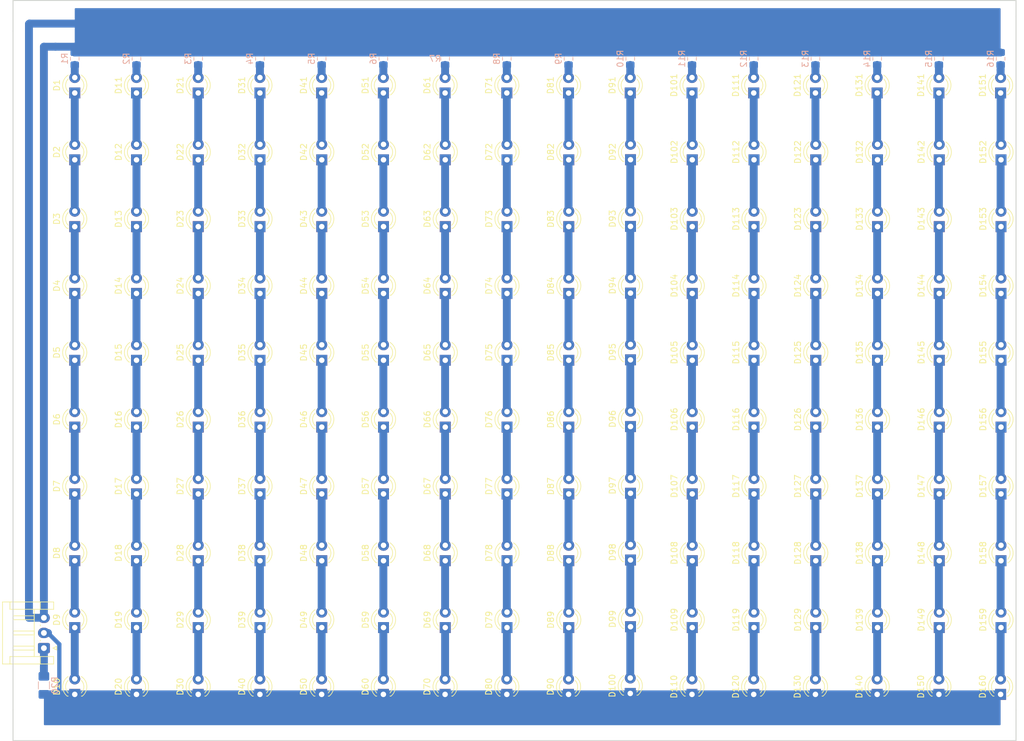
<source format=kicad_pcb>
(kicad_pcb (version 20171130) (host pcbnew "(5.0.2)-1")
  (layers (0 F.Cu signal) (31 B.Cu signal) (34 B.Paste user) (35 F.Paste user) (36 B.SilkS user) (37 F.SilkS user hide) (38 B.Mask user) (39 F.Mask user) (44 Edge.Cuts user))
  (net 0 "")
  (net 1 "Net-(D1-Pad1)")
  (net 2 "Net-(D1-Pad2)")
  (net 3 "Net-(D2-Pad1)")
  (net 4 "Net-(D3-Pad1)")
  (net 5 "Net-(D4-Pad1)")
  (net 6 "Net-(D5-Pad1)")
  (net 7 "Net-(D6-Pad1)")
  (net 8 "Net-(D7-Pad1)")
  (net 9 "Net-(D8-Pad1)")
  (net 10 "Net-(D10-Pad2)")
  (net 11 "Net-(D10-Pad1)")
  (net 12 "Net-(D11-Pad2)")
  (net 13 "Net-(D11-Pad1)")
  (net 14 "Net-(D12-Pad1)")
  (net 15 "Net-(D13-Pad1)")
  (net 16 "Net-(D14-Pad1)")
  (net 17 "Net-(D15-Pad1)")
  (net 18 "Net-(D16-Pad1)")
  (net 19 "Net-(D17-Pad1)")
  (net 20 "Net-(D18-Pad1)")
  (net 21 "Net-(D19-Pad1)")
  (net 22 "Net-(D21-Pad2)")
  (net 23 "Net-(D21-Pad1)")
  (net 24 "Net-(D22-Pad1)")
  (net 25 "Net-(D23-Pad1)")
  (net 26 "Net-(D24-Pad1)")
  (net 27 "Net-(D25-Pad1)")
  (net 28 "Net-(D26-Pad1)")
  (net 29 "Net-(D27-Pad1)")
  (net 30 "Net-(D28-Pad1)")
  (net 31 "Net-(D29-Pad1)")
  (net 32 "Net-(D31-Pad2)")
  (net 33 "Net-(D31-Pad1)")
  (net 34 "Net-(D32-Pad1)")
  (net 35 "Net-(D33-Pad1)")
  (net 36 "Net-(D34-Pad1)")
  (net 37 "Net-(D35-Pad1)")
  (net 38 "Net-(D36-Pad1)")
  (net 39 "Net-(D37-Pad1)")
  (net 40 "Net-(D38-Pad1)")
  (net 41 "Net-(D39-Pad1)")
  (net 42 "Net-(D41-Pad2)")
  (net 43 "Net-(D41-Pad1)")
  (net 44 "Net-(D42-Pad1)")
  (net 45 "Net-(D43-Pad1)")
  (net 46 "Net-(D44-Pad1)")
  (net 47 "Net-(D45-Pad1)")
  (net 48 "Net-(D46-Pad1)")
  (net 49 "Net-(D47-Pad1)")
  (net 50 "Net-(D48-Pad1)")
  (net 51 "Net-(D49-Pad1)")
  (net 52 "Net-(D51-Pad2)")
  (net 53 "Net-(D51-Pad1)")
  (net 54 "Net-(D52-Pad1)")
  (net 55 "Net-(D53-Pad1)")
  (net 56 "Net-(D54-Pad1)")
  (net 57 "Net-(D55-Pad1)")
  (net 58 "Net-(D56-Pad1)")
  (net 59 "Net-(D57-Pad1)")
  (net 60 "Net-(D58-Pad1)")
  (net 61 "Net-(D59-Pad1)")
  (net 62 "Net-(D61-Pad2)")
  (net 63 "Net-(D61-Pad1)")
  (net 64 "Net-(D62-Pad1)")
  (net 65 "Net-(D63-Pad1)")
  (net 66 "Net-(D64-Pad1)")
  (net 67 "Net-(D65-Pad1)")
  (net 68 "Net-(D66-Pad1)")
  (net 69 "Net-(D67-Pad1)")
  (net 70 "Net-(D68-Pad1)")
  (net 71 "Net-(D69-Pad1)")
  (net 72 "Net-(D71-Pad2)")
  (net 73 "Net-(D71-Pad1)")
  (net 74 "Net-(D72-Pad1)")
  (net 75 "Net-(D73-Pad1)")
  (net 76 "Net-(D74-Pad1)")
  (net 77 "Net-(D75-Pad1)")
  (net 78 "Net-(D76-Pad1)")
  (net 79 "Net-(D77-Pad1)")
  (net 80 "Net-(D78-Pad1)")
  (net 81 "Net-(D79-Pad1)")
  (net 82 "Net-(D81-Pad2)")
  (net 83 "Net-(D81-Pad1)")
  (net 84 "Net-(D82-Pad1)")
  (net 85 "Net-(D83-Pad1)")
  (net 86 "Net-(D84-Pad1)")
  (net 87 "Net-(D85-Pad1)")
  (net 88 "Net-(D86-Pad1)")
  (net 89 "Net-(D87-Pad1)")
  (net 90 "Net-(D88-Pad1)")
  (net 91 "Net-(D89-Pad1)")
  (net 92 "Net-(D91-Pad2)")
  (net 93 "Net-(D91-Pad1)")
  (net 94 "Net-(D92-Pad1)")
  (net 95 "Net-(D93-Pad1)")
  (net 96 "Net-(D94-Pad1)")
  (net 97 "Net-(D95-Pad1)")
  (net 98 "Net-(D96-Pad1)")
  (net 99 "Net-(D97-Pad1)")
  (net 100 "Net-(D98-Pad1)")
  (net 101 "Net-(D100-Pad2)")
  (net 102 "Net-(D101-Pad2)")
  (net 103 "Net-(D101-Pad1)")
  (net 104 "Net-(D102-Pad1)")
  (net 105 "Net-(D103-Pad1)")
  (net 106 "Net-(D104-Pad1)")
  (net 107 "Net-(D105-Pad1)")
  (net 108 "Net-(D106-Pad1)")
  (net 109 "Net-(D107-Pad1)")
  (net 110 "Net-(D108-Pad1)")
  (net 111 "Net-(D109-Pad1)")
  (net 112 "Net-(D111-Pad1)")
  (net 113 "Net-(D111-Pad2)")
  (net 114 "Net-(D112-Pad1)")
  (net 115 "Net-(D113-Pad1)")
  (net 116 "Net-(D114-Pad1)")
  (net 117 "Net-(D115-Pad1)")
  (net 118 "Net-(D116-Pad1)")
  (net 119 "Net-(D117-Pad1)")
  (net 120 "Net-(D118-Pad1)")
  (net 121 "Net-(D119-Pad1)")
  (net 122 "Net-(D121-Pad2)")
  (net 123 "Net-(D121-Pad1)")
  (net 124 "Net-(D122-Pad1)")
  (net 125 "Net-(D123-Pad1)")
  (net 126 "Net-(D124-Pad1)")
  (net 127 "Net-(D125-Pad1)")
  (net 128 "Net-(D126-Pad1)")
  (net 129 "Net-(D127-Pad1)")
  (net 130 "Net-(D128-Pad1)")
  (net 131 "Net-(D129-Pad1)")
  (net 132 "Net-(D131-Pad2)")
  (net 133 "Net-(D131-Pad1)")
  (net 134 "Net-(D132-Pad1)")
  (net 135 "Net-(D133-Pad1)")
  (net 136 "Net-(D134-Pad1)")
  (net 137 "Net-(D135-Pad1)")
  (net 138 "Net-(D136-Pad1)")
  (net 139 "Net-(D137-Pad1)")
  (net 140 "Net-(D138-Pad1)")
  (net 141 "Net-(D139-Pad1)")
  (net 142 "Net-(D141-Pad1)")
  (net 143 "Net-(D141-Pad2)")
  (net 144 "Net-(D142-Pad1)")
  (net 145 "Net-(D143-Pad1)")
  (net 146 "Net-(D144-Pad1)")
  (net 147 "Net-(D145-Pad1)")
  (net 148 "Net-(D146-Pad1)")
  (net 149 "Net-(D147-Pad1)")
  (net 150 "Net-(D148-Pad1)")
  (net 151 "Net-(D149-Pad1)")
  (net 152 "Net-(D151-Pad2)")
  (net 153 "Net-(D151-Pad1)")
  (net 154 "Net-(D152-Pad1)")
  (net 155 "Net-(D153-Pad1)")
  (net 156 "Net-(D154-Pad1)")
  (net 157 "Net-(D155-Pad1)")
  (net 158 "Net-(D156-Pad1)")
  (net 159 "Net-(D157-Pad1)")
  (net 160 "Net-(D158-Pad1)")
  (net 161 "Net-(D159-Pad1)")
  (net 162 "Net-(J1-Pad1)")
  (net 163 "Net-(J1-Pad3)")
  (module LED_THT:LED_D3.0mm_FlatTop (layer F.Cu) (at 81.28 53.34 90)
    (fp_text reference D1 (at 1.27 -2.96 90) (layer F.SilkS))
    (fp_text value LED)
    (pad 1 thru_hole rect (at 0 0 90) (size 1.8 1.8) (drill 0.9) (layers *.Cu *.Mask) (net 1 "Net-(D1-Pad1)"))
    (pad 2 thru_hole circle (at 2.54 0 90) (size 1.8 1.8) (drill 0.9) (layers *.Cu *.Mask) (net 2 "Net-(D1-Pad2)"))
  )
  (module LED_THT:LED_D3.0mm_FlatTop (layer F.Cu) (at 81.28 64.346666 90)
    (fp_text reference D2 (at 1.27 -2.96 90) (layer F.SilkS))
    (fp_text value LED)
    (pad 1 thru_hole rect (at 0 0 90) (size 1.8 1.8) (drill 0.9) (layers *.Cu *.Mask) (net 3 "Net-(D2-Pad1)"))
    (pad 2 thru_hole circle (at 2.54 0 90) (size 1.8 1.8) (drill 0.9) (layers *.Cu *.Mask) (net 1 "Net-(D1-Pad1)"))
  )
  (module LED_THT:LED_D3.0mm_FlatTop (layer F.Cu) (at 81.28 75.353332 90)
    (fp_text reference D3 (at 1.27 -2.96 90) (layer F.SilkS))
    (fp_text value LED)
    (pad 2 thru_hole circle (at 2.54 0 90) (size 1.8 1.8) (drill 0.9) (layers *.Cu *.Mask) (net 3 "Net-(D2-Pad1)"))
    (pad 1 thru_hole rect (at 0 0 90) (size 1.8 1.8) (drill 0.9) (layers *.Cu *.Mask) (net 4 "Net-(D3-Pad1)"))
  )
  (module LED_THT:LED_D3.0mm_FlatTop (layer F.Cu) (at 81.28 86.359998 90)
    (fp_text reference D4 (at 1.27 -2.96 90) (layer F.SilkS))
    (fp_text value LED)
    (pad 1 thru_hole rect (at 0 0 90) (size 1.8 1.8) (drill 0.9) (layers *.Cu *.Mask) (net 5 "Net-(D4-Pad1)"))
    (pad 2 thru_hole circle (at 2.54 0 90) (size 1.8 1.8) (drill 0.9) (layers *.Cu *.Mask) (net 4 "Net-(D3-Pad1)"))
  )
  (module LED_THT:LED_D3.0mm_FlatTop (layer F.Cu) (at 81.28 97.366664 90)
    (fp_text reference D5 (at 1.27 -2.96 90) (layer F.SilkS))
    (fp_text value LED)
    (pad 2 thru_hole circle (at 2.54 0 90) (size 1.8 1.8) (drill 0.9) (layers *.Cu *.Mask) (net 5 "Net-(D4-Pad1)"))
    (pad 1 thru_hole rect (at 0 0 90) (size 1.8 1.8) (drill 0.9) (layers *.Cu *.Mask) (net 6 "Net-(D5-Pad1)"))
  )
  (module LED_THT:LED_D3.0mm_FlatTop (layer F.Cu) (at 81.28 108.37333 90)
    (fp_text reference D6 (at 1.27 -2.96 90) (layer F.SilkS))
    (fp_text value LED)
    (pad 1 thru_hole rect (at 0 0 90) (size 1.8 1.8) (drill 0.9) (layers *.Cu *.Mask) (net 7 "Net-(D6-Pad1)"))
    (pad 2 thru_hole circle (at 2.54 0 90) (size 1.8 1.8) (drill 0.9) (layers *.Cu *.Mask) (net 6 "Net-(D5-Pad1)"))
  )
  (module LED_THT:LED_D3.0mm_FlatTop (layer F.Cu) (at 81.28 119.379996 90)
    (fp_text reference D7 (at 1.27 -2.96 90) (layer F.SilkS))
    (fp_text value LED)
    (pad 2 thru_hole circle (at 2.54 0 90) (size 1.8 1.8) (drill 0.9) (layers *.Cu *.Mask) (net 7 "Net-(D6-Pad1)"))
    (pad 1 thru_hole rect (at 0 0 90) (size 1.8 1.8) (drill 0.9) (layers *.Cu *.Mask) (net 8 "Net-(D7-Pad1)"))
  )
  (module LED_THT:LED_D3.0mm_FlatTop (layer F.Cu) (at 81.28 130.386662 90)
    (fp_text reference D8 (at 1.27 -2.96 90) (layer F.SilkS))
    (fp_text value LED)
    (pad 1 thru_hole rect (at 0 0 90) (size 1.8 1.8) (drill 0.9) (layers *.Cu *.Mask) (net 9 "Net-(D8-Pad1)"))
    (pad 2 thru_hole circle (at 2.54 0 90) (size 1.8 1.8) (drill 0.9) (layers *.Cu *.Mask) (net 8 "Net-(D7-Pad1)"))
  )
  (module LED_THT:LED_D3.0mm_FlatTop (layer F.Cu) (at 81.28 141.393328 90)
    (fp_text reference D9 (at 1.27 -2.96 90) (layer F.SilkS))
    (fp_text value LED)
    (pad 2 thru_hole circle (at 2.54 0 90) (size 1.8 1.8) (drill 0.9) (layers *.Cu *.Mask) (net 9 "Net-(D8-Pad1)"))
    (pad 1 thru_hole rect (at 0 0 90) (size 1.8 1.8) (drill 0.9) (layers *.Cu *.Mask) (net 10 "Net-(D10-Pad2)"))
  )
  (module LED_THT:LED_D3.0mm_FlatTop (layer F.Cu) (at 81.28 152.4 90)
    (fp_text reference D10 (at 1.27 -2.96 90) (layer F.SilkS))
    (fp_text value LED)
    (pad 1 thru_hole rect (at 0 0 90) (size 1.8 1.8) (drill 0.9) (layers *.Cu *.Mask) (net 11 "Net-(D10-Pad1)"))
    (pad 2 thru_hole circle (at 2.54 0 90) (size 1.8 1.8) (drill 0.9) (layers *.Cu *.Mask) (net 10 "Net-(D10-Pad2)"))
  )
  (module LED_THT:LED_D3.0mm_FlatTop (layer F.Cu) (at 91.44 53.34 90)
    (fp_text reference D11 (at 1.27 -2.96 90) (layer F.SilkS))
    (fp_text value LED)
    (pad 1 thru_hole rect (at 0 0 90) (size 1.8 1.8) (drill 0.9) (layers *.Cu *.Mask) (net 13 "Net-(D11-Pad1)"))
    (pad 2 thru_hole circle (at 2.54 0 90) (size 1.8 1.8) (drill 0.9) (layers *.Cu *.Mask) (net 12 "Net-(D11-Pad2)"))
  )
  (module LED_THT:LED_D3.0mm_FlatTop (layer F.Cu) (at 91.444373 64.346666 90)
    (fp_text reference D12 (at 1.27 -2.96 90) (layer F.SilkS))
    (fp_text value LED)
    (pad 2 thru_hole circle (at 2.54 0 90) (size 1.8 1.8) (drill 0.9) (layers *.Cu *.Mask) (net 13 "Net-(D11-Pad1)"))
    (pad 1 thru_hole rect (at 0 0 90) (size 1.8 1.8) (drill 0.9) (layers *.Cu *.Mask) (net 14 "Net-(D12-Pad1)"))
  )
  (module LED_THT:LED_D3.0mm_FlatTop (layer F.Cu) (at 91.444373 75.353332 90)
    (fp_text reference D13 (at 1.27 -2.96 90) (layer F.SilkS))
    (fp_text value LED)
    (pad 1 thru_hole rect (at 0 0 90) (size 1.8 1.8) (drill 0.9) (layers *.Cu *.Mask) (net 15 "Net-(D13-Pad1)"))
    (pad 2 thru_hole circle (at 2.54 0 90) (size 1.8 1.8) (drill 0.9) (layers *.Cu *.Mask) (net 14 "Net-(D12-Pad1)"))
  )
  (module LED_THT:LED_D3.0mm_FlatTop (layer F.Cu) (at 91.44 86.36 90)
    (fp_text reference D14 (at 1.27 -2.96 90) (layer F.SilkS))
    (fp_text value LED)
    (pad 2 thru_hole circle (at 2.54 0 90) (size 1.8 1.8) (drill 0.9) (layers *.Cu *.Mask) (net 15 "Net-(D13-Pad1)"))
    (pad 1 thru_hole rect (at 0 0 90) (size 1.8 1.8) (drill 0.9) (layers *.Cu *.Mask) (net 16 "Net-(D14-Pad1)"))
  )
  (module LED_THT:LED_D3.0mm_FlatTop (layer F.Cu) (at 91.444373 97.366664 90)
    (fp_text reference D15 (at 1.27 -2.96 90) (layer F.SilkS))
    (fp_text value LED)
    (pad 1 thru_hole rect (at 0 0 90) (size 1.8 1.8) (drill 0.9) (layers *.Cu *.Mask) (net 17 "Net-(D15-Pad1)"))
    (pad 2 thru_hole circle (at 2.54 0 90) (size 1.8 1.8) (drill 0.9) (layers *.Cu *.Mask) (net 16 "Net-(D14-Pad1)"))
  )
  (module LED_THT:LED_D3.0mm_FlatTop (layer F.Cu) (at 91.444373 108.37333 90)
    (fp_text reference D16 (at 1.27 -2.96 90) (layer F.SilkS))
    (fp_text value LED)
    (pad 2 thru_hole circle (at 2.54 0 90) (size 1.8 1.8) (drill 0.9) (layers *.Cu *.Mask) (net 17 "Net-(D15-Pad1)"))
    (pad 1 thru_hole rect (at 0 0 90) (size 1.8 1.8) (drill 0.9) (layers *.Cu *.Mask) (net 18 "Net-(D16-Pad1)"))
  )
  (module LED_THT:LED_D3.0mm_FlatTop (layer F.Cu) (at 91.444373 119.379996 90)
    (fp_text reference D17 (at 1.27 -2.96 90) (layer F.SilkS))
    (fp_text value LED)
    (pad 1 thru_hole rect (at 0 0 90) (size 1.8 1.8) (drill 0.9) (layers *.Cu *.Mask) (net 19 "Net-(D17-Pad1)"))
    (pad 2 thru_hole circle (at 2.54 0 90) (size 1.8 1.8) (drill 0.9) (layers *.Cu *.Mask) (net 18 "Net-(D16-Pad1)"))
  )
  (module LED_THT:LED_D3.0mm_FlatTop (layer F.Cu) (at 91.444373 130.386662 90)
    (fp_text reference D18 (at 1.27 -2.96 90) (layer F.SilkS))
    (fp_text value LED)
    (pad 2 thru_hole circle (at 2.54 0 90) (size 1.8 1.8) (drill 0.9) (layers *.Cu *.Mask) (net 19 "Net-(D17-Pad1)"))
    (pad 1 thru_hole rect (at 0 0 90) (size 1.8 1.8) (drill 0.9) (layers *.Cu *.Mask) (net 20 "Net-(D18-Pad1)"))
  )
  (module LED_THT:LED_D3.0mm_FlatTop (layer F.Cu) (at 91.444373 141.393328 90)
    (fp_text reference D19 (at 1.27 -2.96 90) (layer F.SilkS))
    (fp_text value LED)
    (pad 1 thru_hole rect (at 0 0 90) (size 1.8 1.8) (drill 0.9) (layers *.Cu *.Mask) (net 21 "Net-(D19-Pad1)"))
    (pad 2 thru_hole circle (at 2.54 0 90) (size 1.8 1.8) (drill 0.9) (layers *.Cu *.Mask) (net 20 "Net-(D18-Pad1)"))
  )
  (module LED_THT:LED_D3.0mm_FlatTop (layer F.Cu) (at 91.44 152.4 90)
    (fp_text reference D20 (at 1.27 -2.96 90) (layer F.SilkS))
    (fp_text value LED)
    (pad 2 thru_hole circle (at 2.54 0 90) (size 1.8 1.8) (drill 0.9) (layers *.Cu *.Mask) (net 21 "Net-(D19-Pad1)"))
    (pad 1 thru_hole rect (at 0 0 90) (size 1.8 1.8) (drill 0.9) (layers *.Cu *.Mask) (net 11 "Net-(D10-Pad1)"))
  )
  (module LED_THT:LED_D3.0mm_FlatTop (layer F.Cu) (at 101.6 53.34 90)
    (fp_text reference D21 (at 1.27 -2.96 90) (layer F.SilkS))
    (fp_text value LED)
    (pad 1 thru_hole rect (at 0 0 90) (size 1.8 1.8) (drill 0.9) (layers *.Cu *.Mask) (net 23 "Net-(D21-Pad1)"))
    (pad 2 thru_hole circle (at 2.54 0 90) (size 1.8 1.8) (drill 0.9) (layers *.Cu *.Mask) (net 22 "Net-(D21-Pad2)"))
  )
  (module LED_THT:LED_D3.0mm_FlatTop (layer F.Cu) (at 101.608746 64.346666 90)
    (fp_text reference D22 (at 1.27 -2.96 90) (layer F.SilkS))
    (fp_text value LED)
    (pad 2 thru_hole circle (at 2.54 0 90) (size 1.8 1.8) (drill 0.9) (layers *.Cu *.Mask) (net 23 "Net-(D21-Pad1)"))
    (pad 1 thru_hole rect (at 0 0 90) (size 1.8 1.8) (drill 0.9) (layers *.Cu *.Mask) (net 24 "Net-(D22-Pad1)"))
  )
  (module LED_THT:LED_D3.0mm_FlatTop (layer F.Cu) (at 101.608746 75.353332 90)
    (fp_text reference D23 (at 1.27 -2.96 90) (layer F.SilkS))
    (fp_text value LED)
    (pad 2 thru_hole circle (at 2.54 0 90) (size 1.8 1.8) (drill 0.9) (layers *.Cu *.Mask) (net 24 "Net-(D22-Pad1)"))
    (pad 1 thru_hole rect (at 0 0 90) (size 1.8 1.8) (drill 0.9) (layers *.Cu *.Mask) (net 25 "Net-(D23-Pad1)"))
  )
  (module LED_THT:LED_D3.0mm_FlatTop (layer F.Cu) (at 101.608746 86.359998 90)
    (fp_text reference D24 (at 1.27 -2.96 90) (layer F.SilkS))
    (fp_text value LED)
    (pad 1 thru_hole rect (at 0 0 90) (size 1.8 1.8) (drill 0.9) (layers *.Cu *.Mask) (net 26 "Net-(D24-Pad1)"))
    (pad 2 thru_hole circle (at 2.54 0 90) (size 1.8 1.8) (drill 0.9) (layers *.Cu *.Mask) (net 25 "Net-(D23-Pad1)"))
  )
  (module LED_THT:LED_D3.0mm_FlatTop (layer F.Cu) (at 101.608746 97.366664 90)
    (fp_text reference D25 (at 1.27 -2.96 90) (layer F.SilkS))
    (fp_text value LED)
    (pad 2 thru_hole circle (at 2.54 0 90) (size 1.8 1.8) (drill 0.9) (layers *.Cu *.Mask) (net 26 "Net-(D24-Pad1)"))
    (pad 1 thru_hole rect (at 0 0 90) (size 1.8 1.8) (drill 0.9) (layers *.Cu *.Mask) (net 27 "Net-(D25-Pad1)"))
  )
  (module LED_THT:LED_D3.0mm_FlatTop (layer F.Cu) (at 101.608746 108.37333 90)
    (fp_text reference D26 (at 1.27 -2.96 90) (layer F.SilkS))
    (fp_text value LED)
    (pad 1 thru_hole rect (at 0 0 90) (size 1.8 1.8) (drill 0.9) (layers *.Cu *.Mask) (net 28 "Net-(D26-Pad1)"))
    (pad 2 thru_hole circle (at 2.54 0 90) (size 1.8 1.8) (drill 0.9) (layers *.Cu *.Mask) (net 27 "Net-(D25-Pad1)"))
  )
  (module LED_THT:LED_D3.0mm_FlatTop (layer F.Cu) (at 101.608746 119.379996 90)
    (fp_text reference D27 (at 1.27 -2.96 90) (layer F.SilkS))
    (fp_text value LED)
    (pad 2 thru_hole circle (at 2.54 0 90) (size 1.8 1.8) (drill 0.9) (layers *.Cu *.Mask) (net 28 "Net-(D26-Pad1)"))
    (pad 1 thru_hole rect (at 0 0 90) (size 1.8 1.8) (drill 0.9) (layers *.Cu *.Mask) (net 29 "Net-(D27-Pad1)"))
  )
  (module LED_THT:LED_D3.0mm_FlatTop (layer F.Cu) (at 101.608746 130.386662 90)
    (fp_text reference D28 (at 1.27 -2.96 90) (layer F.SilkS))
    (fp_text value LED)
    (pad 1 thru_hole rect (at 0 0 90) (size 1.8 1.8) (drill 0.9) (layers *.Cu *.Mask) (net 30 "Net-(D28-Pad1)"))
    (pad 2 thru_hole circle (at 2.54 0 90) (size 1.8 1.8) (drill 0.9) (layers *.Cu *.Mask) (net 29 "Net-(D27-Pad1)"))
  )
  (module LED_THT:LED_D3.0mm_FlatTop (layer F.Cu) (at 101.608746 141.393328 90)
    (fp_text reference D29 (at 1.27 -2.96 90) (layer F.SilkS))
    (fp_text value LED)
    (pad 2 thru_hole circle (at 2.54 0 90) (size 1.8 1.8) (drill 0.9) (layers *.Cu *.Mask) (net 30 "Net-(D28-Pad1)"))
    (pad 1 thru_hole rect (at 0 0 90) (size 1.8 1.8) (drill 0.9) (layers *.Cu *.Mask) (net 31 "Net-(D29-Pad1)"))
  )
  (module LED_THT:LED_D3.0mm_FlatTop (layer F.Cu) (at 101.6 152.4 90)
    (fp_text reference D30 (at 1.27 -2.96 90) (layer F.SilkS))
    (fp_text value LED)
    (pad 1 thru_hole rect (at 0 0 90) (size 1.8 1.8) (drill 0.9) (layers *.Cu *.Mask) (net 11 "Net-(D10-Pad1)"))
    (pad 2 thru_hole circle (at 2.54 0 90) (size 1.8 1.8) (drill 0.9) (layers *.Cu *.Mask) (net 31 "Net-(D29-Pad1)"))
  )
  (module LED_THT:LED_D3.0mm_FlatTop (layer F.Cu) (at 111.76 53.34 90)
    (fp_text reference D31 (at 1.27 -2.96 90) (layer F.SilkS))
    (fp_text value LED)
    (pad 2 thru_hole circle (at 2.54 0 90) (size 1.8 1.8) (drill 0.9) (layers *.Cu *.Mask) (net 32 "Net-(D31-Pad2)"))
    (pad 1 thru_hole rect (at 0 0 90) (size 1.8 1.8) (drill 0.9) (layers *.Cu *.Mask) (net 33 "Net-(D31-Pad1)"))
  )
  (module LED_THT:LED_D3.0mm_FlatTop (layer F.Cu) (at 111.773119 64.346666 90)
    (fp_text reference D32 (at 1.27 -2.96 90) (layer F.SilkS))
    (fp_text value LED)
    (pad 1 thru_hole rect (at 0 0 90) (size 1.8 1.8) (drill 0.9) (layers *.Cu *.Mask) (net 34 "Net-(D32-Pad1)"))
    (pad 2 thru_hole circle (at 2.54 0 90) (size 1.8 1.8) (drill 0.9) (layers *.Cu *.Mask) (net 33 "Net-(D31-Pad1)"))
  )
  (module LED_THT:LED_D3.0mm_FlatTop (layer F.Cu) (at 111.773119 75.353332 90)
    (fp_text reference D33 (at 1.27 -2.96 90) (layer F.SilkS))
    (fp_text value LED)
    (pad 1 thru_hole rect (at 0 0 90) (size 1.8 1.8) (drill 0.9) (layers *.Cu *.Mask) (net 35 "Net-(D33-Pad1)"))
    (pad 2 thru_hole circle (at 2.54 0 90) (size 1.8 1.8) (drill 0.9) (layers *.Cu *.Mask) (net 34 "Net-(D32-Pad1)"))
  )
  (module LED_THT:LED_D3.0mm_FlatTop (layer F.Cu) (at 111.773119 86.359998 90)
    (fp_text reference D34 (at 1.27 -2.96 90) (layer F.SilkS))
    (fp_text value LED)
    (pad 1 thru_hole rect (at 0 0 90) (size 1.8 1.8) (drill 0.9) (layers *.Cu *.Mask) (net 36 "Net-(D34-Pad1)"))
    (pad 2 thru_hole circle (at 2.54 0 90) (size 1.8 1.8) (drill 0.9) (layers *.Cu *.Mask) (net 35 "Net-(D33-Pad1)"))
  )
  (module LED_THT:LED_D3.0mm_FlatTop (layer F.Cu) (at 111.773119 97.366664 90)
    (fp_text reference D35 (at 1.27 -2.96 90) (layer F.SilkS))
    (fp_text value LED)
    (pad 2 thru_hole circle (at 2.54 0 90) (size 1.8 1.8) (drill 0.9) (layers *.Cu *.Mask) (net 36 "Net-(D34-Pad1)"))
    (pad 1 thru_hole rect (at 0 0 90) (size 1.8 1.8) (drill 0.9) (layers *.Cu *.Mask) (net 37 "Net-(D35-Pad1)"))
  )
  (module LED_THT:LED_D3.0mm_FlatTop (layer F.Cu) (at 111.773119 108.37333 90)
    (fp_text reference D36 (at 1.27 -2.96 90) (layer F.SilkS))
    (fp_text value LED)
    (pad 1 thru_hole rect (at 0 0 90) (size 1.8 1.8) (drill 0.9) (layers *.Cu *.Mask) (net 38 "Net-(D36-Pad1)"))
    (pad 2 thru_hole circle (at 2.54 0 90) (size 1.8 1.8) (drill 0.9) (layers *.Cu *.Mask) (net 37 "Net-(D35-Pad1)"))
  )
  (module LED_THT:LED_D3.0mm_FlatTop (layer F.Cu) (at 111.773119 119.379996 90)
    (fp_text reference D37 (at 1.27 -2.96 90) (layer F.SilkS))
    (fp_text value LED)
    (pad 2 thru_hole circle (at 2.54 0 90) (size 1.8 1.8) (drill 0.9) (layers *.Cu *.Mask) (net 38 "Net-(D36-Pad1)"))
    (pad 1 thru_hole rect (at 0 0 90) (size 1.8 1.8) (drill 0.9) (layers *.Cu *.Mask) (net 39 "Net-(D37-Pad1)"))
  )
  (module LED_THT:LED_D3.0mm_FlatTop (layer F.Cu) (at 111.773119 130.386662 90)
    (fp_text reference D38 (at 1.27 -2.96 90) (layer F.SilkS))
    (fp_text value LED)
    (pad 1 thru_hole rect (at 0 0 90) (size 1.8 1.8) (drill 0.9) (layers *.Cu *.Mask) (net 40 "Net-(D38-Pad1)"))
    (pad 2 thru_hole circle (at 2.54 0 90) (size 1.8 1.8) (drill 0.9) (layers *.Cu *.Mask) (net 39 "Net-(D37-Pad1)"))
  )
  (module LED_THT:LED_D3.0mm_FlatTop (layer F.Cu) (at 111.773119 141.393328 90)
    (fp_text reference D39 (at 1.27 -2.96 90) (layer F.SilkS))
    (fp_text value LED)
    (pad 2 thru_hole circle (at 2.54 0 90) (size 1.8 1.8) (drill 0.9) (layers *.Cu *.Mask) (net 40 "Net-(D38-Pad1)"))
    (pad 1 thru_hole rect (at 0 0 90) (size 1.8 1.8) (drill 0.9) (layers *.Cu *.Mask) (net 41 "Net-(D39-Pad1)"))
  )
  (module LED_THT:LED_D3.0mm_FlatTop (layer F.Cu) (at 111.76 152.4 90)
    (fp_text reference D40 (at 1.27 -2.96 90) (layer F.SilkS))
    (fp_text value LED)
    (pad 1 thru_hole rect (at 0 0 90) (size 1.8 1.8) (drill 0.9) (layers *.Cu *.Mask) (net 11 "Net-(D10-Pad1)"))
    (pad 2 thru_hole circle (at 2.54 0 90) (size 1.8 1.8) (drill 0.9) (layers *.Cu *.Mask) (net 41 "Net-(D39-Pad1)"))
  )
  (module LED_THT:LED_D3.0mm_FlatTop (layer F.Cu) (at 121.92 53.34 90)
    (fp_text reference D41 (at 1.27 -2.96 90) (layer F.SilkS))
    (fp_text value LED)
    (pad 2 thru_hole circle (at 2.54 0 90) (size 1.8 1.8) (drill 0.9) (layers *.Cu *.Mask) (net 42 "Net-(D41-Pad2)"))
    (pad 1 thru_hole rect (at 0 0 90) (size 1.8 1.8) (drill 0.9) (layers *.Cu *.Mask) (net 43 "Net-(D41-Pad1)"))
  )
  (module LED_THT:LED_D3.0mm_FlatTop (layer F.Cu) (at 121.937492 64.346666 90)
    (fp_text reference D42 (at 1.27 -2.96 90) (layer F.SilkS))
    (fp_text value LED)
    (pad 1 thru_hole rect (at 0 0 90) (size 1.8 1.8) (drill 0.9) (layers *.Cu *.Mask) (net 44 "Net-(D42-Pad1)"))
    (pad 2 thru_hole circle (at 2.54 0 90) (size 1.8 1.8) (drill 0.9) (layers *.Cu *.Mask) (net 43 "Net-(D41-Pad1)"))
  )
  (module LED_THT:LED_D3.0mm_FlatTop (layer F.Cu) (at 121.937492 75.353332 90)
    (fp_text reference D43 (at 1.27 -2.96 90) (layer F.SilkS))
    (fp_text value LED)
    (pad 2 thru_hole circle (at 2.54 0 90) (size 1.8 1.8) (drill 0.9) (layers *.Cu *.Mask) (net 44 "Net-(D42-Pad1)"))
    (pad 1 thru_hole rect (at 0 0 90) (size 1.8 1.8) (drill 0.9) (layers *.Cu *.Mask) (net 45 "Net-(D43-Pad1)"))
  )
  (module LED_THT:LED_D3.0mm_FlatTop (layer F.Cu) (at 121.937492 86.359998 90)
    (fp_text reference D44 (at 1.27 -2.96 90) (layer F.SilkS))
    (fp_text value LED)
    (pad 1 thru_hole rect (at 0 0 90) (size 1.8 1.8) (drill 0.9) (layers *.Cu *.Mask) (net 46 "Net-(D44-Pad1)"))
    (pad 2 thru_hole circle (at 2.54 0 90) (size 1.8 1.8) (drill 0.9) (layers *.Cu *.Mask) (net 45 "Net-(D43-Pad1)"))
  )
  (module LED_THT:LED_D3.0mm_FlatTop (layer F.Cu) (at 121.937492 97.366664 90)
    (fp_text reference D45 (at 1.27 -2.96 90) (layer F.SilkS))
    (fp_text value LED)
    (pad 2 thru_hole circle (at 2.54 0 90) (size 1.8 1.8) (drill 0.9) (layers *.Cu *.Mask) (net 46 "Net-(D44-Pad1)"))
    (pad 1 thru_hole rect (at 0 0 90) (size 1.8 1.8) (drill 0.9) (layers *.Cu *.Mask) (net 47 "Net-(D45-Pad1)"))
  )
  (module LED_THT:LED_D3.0mm_FlatTop (layer F.Cu) (at 121.937492 108.37333 90)
    (fp_text reference D46 (at 1.27 -2.96 90) (layer F.SilkS))
    (fp_text value LED)
    (pad 1 thru_hole rect (at 0 0 90) (size 1.8 1.8) (drill 0.9) (layers *.Cu *.Mask) (net 48 "Net-(D46-Pad1)"))
    (pad 2 thru_hole circle (at 2.54 0 90) (size 1.8 1.8) (drill 0.9) (layers *.Cu *.Mask) (net 47 "Net-(D45-Pad1)"))
  )
  (module LED_THT:LED_D3.0mm_FlatTop (layer F.Cu) (at 121.937492 119.379996 90)
    (fp_text reference D47 (at 1.27 -2.96 90) (layer F.SilkS))
    (fp_text value LED)
    (pad 2 thru_hole circle (at 2.54 0 90) (size 1.8 1.8) (drill 0.9) (layers *.Cu *.Mask) (net 48 "Net-(D46-Pad1)"))
    (pad 1 thru_hole rect (at 0 0 90) (size 1.8 1.8) (drill 0.9) (layers *.Cu *.Mask) (net 49 "Net-(D47-Pad1)"))
  )
  (module LED_THT:LED_D3.0mm_FlatTop (layer F.Cu) (at 121.937492 130.386662 90)
    (fp_text reference D48 (at 1.27 -2.96 90) (layer F.SilkS))
    (fp_text value LED)
    (pad 1 thru_hole rect (at 0 0 90) (size 1.8 1.8) (drill 0.9) (layers *.Cu *.Mask) (net 50 "Net-(D48-Pad1)"))
    (pad 2 thru_hole circle (at 2.54 0 90) (size 1.8 1.8) (drill 0.9) (layers *.Cu *.Mask) (net 49 "Net-(D47-Pad1)"))
  )
  (module LED_THT:LED_D3.0mm_FlatTop (layer F.Cu) (at 121.937492 141.393328 90)
    (fp_text reference D49 (at 1.27 -2.96 90) (layer F.SilkS))
    (fp_text value LED)
    (pad 2 thru_hole circle (at 2.54 0 90) (size 1.8 1.8) (drill 0.9) (layers *.Cu *.Mask) (net 50 "Net-(D48-Pad1)"))
    (pad 1 thru_hole rect (at 0 0 90) (size 1.8 1.8) (drill 0.9) (layers *.Cu *.Mask) (net 51 "Net-(D49-Pad1)"))
  )
  (module LED_THT:LED_D3.0mm_FlatTop (layer F.Cu) (at 121.92 152.4 90)
    (fp_text reference D50 (at 1.27 -2.96 90) (layer F.SilkS))
    (fp_text value LED)
    (pad 1 thru_hole rect (at 0 0 90) (size 1.8 1.8) (drill 0.9) (layers *.Cu *.Mask) (net 11 "Net-(D10-Pad1)"))
    (pad 2 thru_hole circle (at 2.54 0 90) (size 1.8 1.8) (drill 0.9) (layers *.Cu *.Mask) (net 51 "Net-(D49-Pad1)"))
  )
  (module LED_THT:LED_D3.0mm_FlatTop (layer F.Cu) (at 132.08 53.34 90)
    (fp_text reference D51 (at 1.27 -2.96 90) (layer F.SilkS))
    (fp_text value LED)
    (pad 2 thru_hole circle (at 2.54 0 90) (size 1.8 1.8) (drill 0.9) (layers *.Cu *.Mask) (net 52 "Net-(D51-Pad2)"))
    (pad 1 thru_hole rect (at 0 0 90) (size 1.8 1.8) (drill 0.9) (layers *.Cu *.Mask) (net 53 "Net-(D51-Pad1)"))
  )
  (module LED_THT:LED_D3.0mm_FlatTop (layer F.Cu) (at 132.101865 64.346666 90)
    (fp_text reference D52 (at 1.27 -2.96 90) (layer F.SilkS))
    (fp_text value LED)
    (pad 1 thru_hole rect (at 0 0 90) (size 1.8 1.8) (drill 0.9) (layers *.Cu *.Mask) (net 54 "Net-(D52-Pad1)"))
    (pad 2 thru_hole circle (at 2.54 0 90) (size 1.8 1.8) (drill 0.9) (layers *.Cu *.Mask) (net 53 "Net-(D51-Pad1)"))
  )
  (module LED_THT:LED_D3.0mm_FlatTop (layer F.Cu) (at 132.101865 75.353332 90)
    (fp_text reference D53 (at 1.27 -2.96 90) (layer F.SilkS))
    (fp_text value LED)
    (pad 2 thru_hole circle (at 2.54 0 90) (size 1.8 1.8) (drill 0.9) (layers *.Cu *.Mask) (net 54 "Net-(D52-Pad1)"))
    (pad 1 thru_hole rect (at 0 0 90) (size 1.8 1.8) (drill 0.9) (layers *.Cu *.Mask) (net 55 "Net-(D53-Pad1)"))
  )
  (module LED_THT:LED_D3.0mm_FlatTop (layer F.Cu) (at 132.101865 86.359998 90)
    (fp_text reference D54 (at 1.27 -2.96 90) (layer F.SilkS))
    (fp_text value LED)
    (pad 1 thru_hole rect (at 0 0 90) (size 1.8 1.8) (drill 0.9) (layers *.Cu *.Mask) (net 56 "Net-(D54-Pad1)"))
    (pad 2 thru_hole circle (at 2.54 0 90) (size 1.8 1.8) (drill 0.9) (layers *.Cu *.Mask) (net 55 "Net-(D53-Pad1)"))
  )
  (module LED_THT:LED_D3.0mm_FlatTop (layer F.Cu) (at 132.101865 97.366664 90)
    (fp_text reference D55 (at 1.27 -2.96 90) (layer F.SilkS))
    (fp_text value LED)
    (pad 2 thru_hole circle (at 2.54 0 90) (size 1.8 1.8) (drill 0.9) (layers *.Cu *.Mask) (net 56 "Net-(D54-Pad1)"))
    (pad 1 thru_hole rect (at 0 0 90) (size 1.8 1.8) (drill 0.9) (layers *.Cu *.Mask) (net 57 "Net-(D55-Pad1)"))
  )
  (module LED_THT:LED_D3.0mm_FlatTop (layer F.Cu) (at 132.101865 108.37333 90)
    (fp_text reference D56 (at 1.27 -2.96 90) (layer F.SilkS))
    (fp_text value LED)
    (pad 1 thru_hole rect (at 0 0 90) (size 1.8 1.8) (drill 0.9) (layers *.Cu *.Mask) (net 58 "Net-(D56-Pad1)"))
    (pad 2 thru_hole circle (at 2.54 0 90) (size 1.8 1.8) (drill 0.9) (layers *.Cu *.Mask) (net 57 "Net-(D55-Pad1)"))
  )
  (module LED_THT:LED_D3.0mm_FlatTop (layer F.Cu) (at 132.101865 119.379996 90)
    (fp_text reference D57 (at 1.27 -2.96 90) (layer F.SilkS))
    (fp_text value LED)
    (pad 2 thru_hole circle (at 2.54 0 90) (size 1.8 1.8) (drill 0.9) (layers *.Cu *.Mask) (net 58 "Net-(D56-Pad1)"))
    (pad 1 thru_hole rect (at 0 0 90) (size 1.8 1.8) (drill 0.9) (layers *.Cu *.Mask) (net 59 "Net-(D57-Pad1)"))
  )
  (module LED_THT:LED_D3.0mm_FlatTop (layer F.Cu) (at 132.101865 130.386662 90)
    (fp_text reference D58 (at 1.27 -2.96 90) (layer F.SilkS))
    (fp_text value LED)
    (pad 1 thru_hole rect (at 0 0 90) (size 1.8 1.8) (drill 0.9) (layers *.Cu *.Mask) (net 60 "Net-(D58-Pad1)"))
    (pad 2 thru_hole circle (at 2.54 0 90) (size 1.8 1.8) (drill 0.9) (layers *.Cu *.Mask) (net 59 "Net-(D57-Pad1)"))
  )
  (module LED_THT:LED_D3.0mm_FlatTop (layer F.Cu) (at 132.101865 141.393328 90)
    (fp_text reference D59 (at 1.27 -2.96 90) (layer F.SilkS))
    (fp_text value LED)
    (pad 2 thru_hole circle (at 2.54 0 90) (size 1.8 1.8) (drill 0.9) (layers *.Cu *.Mask) (net 60 "Net-(D58-Pad1)"))
    (pad 1 thru_hole rect (at 0 0 90) (size 1.8 1.8) (drill 0.9) (layers *.Cu *.Mask) (net 61 "Net-(D59-Pad1)"))
  )
  (module LED_THT:LED_D3.0mm_FlatTop (layer F.Cu) (at 132.08 152.4 90)
    (fp_text reference D60 (at 1.27 -2.96 90) (layer F.SilkS))
    (fp_text value LED)
    (pad 1 thru_hole rect (at 0 0 90) (size 1.8 1.8) (drill 0.9) (layers *.Cu *.Mask) (net 11 "Net-(D10-Pad1)"))
    (pad 2 thru_hole circle (at 2.54 0 90) (size 1.8 1.8) (drill 0.9) (layers *.Cu *.Mask) (net 61 "Net-(D59-Pad1)"))
  )
  (module LED_THT:LED_D3.0mm_FlatTop (layer F.Cu) (at 142.24 53.34 90)
    (fp_text reference D61 (at 1.27 -2.96 90) (layer F.SilkS))
    (fp_text value LED)
    (pad 2 thru_hole circle (at 2.54 0 90) (size 1.8 1.8) (drill 0.9) (layers *.Cu *.Mask) (net 62 "Net-(D61-Pad2)"))
    (pad 1 thru_hole rect (at 0 0 90) (size 1.8 1.8) (drill 0.9) (layers *.Cu *.Mask) (net 63 "Net-(D61-Pad1)"))
  )
  (module LED_THT:LED_D3.0mm_FlatTop (layer F.Cu) (at 142.266238 64.346666 90)
    (fp_text reference D62 (at 1.27 -2.96 90) (layer F.SilkS))
    (fp_text value LED)
    (pad 1 thru_hole rect (at 0 0 90) (size 1.8 1.8) (drill 0.9) (layers *.Cu *.Mask) (net 64 "Net-(D62-Pad1)"))
    (pad 2 thru_hole circle (at 2.54 0 90) (size 1.8 1.8) (drill 0.9) (layers *.Cu *.Mask) (net 63 "Net-(D61-Pad1)"))
  )
  (module LED_THT:LED_D3.0mm_FlatTop (layer F.Cu) (at 142.266238 75.353332 90)
    (fp_text reference D63 (at 1.27 -2.96 90) (layer F.SilkS))
    (fp_text value LED)
    (pad 2 thru_hole circle (at 2.54 0 90) (size 1.8 1.8) (drill 0.9) (layers *.Cu *.Mask) (net 64 "Net-(D62-Pad1)"))
    (pad 1 thru_hole rect (at 0 0 90) (size 1.8 1.8) (drill 0.9) (layers *.Cu *.Mask) (net 65 "Net-(D63-Pad1)"))
  )
  (module LED_THT:LED_D3.0mm_FlatTop (layer F.Cu) (at 142.266238 86.359998 90)
    (fp_text reference D64 (at 1.27 -2.96 90) (layer F.SilkS))
    (fp_text value LED)
    (pad 1 thru_hole rect (at 0 0 90) (size 1.8 1.8) (drill 0.9) (layers *.Cu *.Mask) (net 66 "Net-(D64-Pad1)"))
    (pad 2 thru_hole circle (at 2.54 0 90) (size 1.8 1.8) (drill 0.9) (layers *.Cu *.Mask) (net 65 "Net-(D63-Pad1)"))
  )
  (module LED_THT:LED_D3.0mm_FlatTop (layer F.Cu) (at 142.266238 97.366664 90)
    (fp_text reference D65 (at 1.27 -2.96 90) (layer F.SilkS))
    (fp_text value LED)
    (pad 1 thru_hole rect (at 0 0 90) (size 1.8 1.8) (drill 0.9) (layers *.Cu *.Mask) (net 67 "Net-(D65-Pad1)"))
    (pad 2 thru_hole circle (at 2.54 0 90) (size 1.8 1.8) (drill 0.9) (layers *.Cu *.Mask) (net 66 "Net-(D64-Pad1)"))
  )
  (module LED_THT:LED_D3.0mm_FlatTop (layer F.Cu) (at 142.266238 108.37333 90)
    (fp_text reference D66 (at 1.27 -2.96 90) (layer F.SilkS))
    (fp_text value LED)
    (pad 2 thru_hole circle (at 2.54 0 90) (size 1.8 1.8) (drill 0.9) (layers *.Cu *.Mask) (net 67 "Net-(D65-Pad1)"))
    (pad 1 thru_hole rect (at 0 0 90) (size 1.8 1.8) (drill 0.9) (layers *.Cu *.Mask) (net 68 "Net-(D66-Pad1)"))
  )
  (module LED_THT:LED_D3.0mm_FlatTop (layer F.Cu) (at 142.266238 119.379996 90)
    (fp_text reference D67 (at 1.27 -2.96 90) (layer F.SilkS))
    (fp_text value LED)
    (pad 1 thru_hole rect (at 0 0 90) (size 1.8 1.8) (drill 0.9) (layers *.Cu *.Mask) (net 69 "Net-(D67-Pad1)"))
    (pad 2 thru_hole circle (at 2.54 0 90) (size 1.8 1.8) (drill 0.9) (layers *.Cu *.Mask) (net 68 "Net-(D66-Pad1)"))
  )
  (module LED_THT:LED_D3.0mm_FlatTop (layer F.Cu) (at 142.266238 130.386662 90)
    (fp_text reference D68 (at 1.27 -2.96 90) (layer F.SilkS))
    (fp_text value LED)
    (pad 2 thru_hole circle (at 2.54 0 90) (size 1.8 1.8) (drill 0.9) (layers *.Cu *.Mask) (net 69 "Net-(D67-Pad1)"))
    (pad 1 thru_hole rect (at 0 0 90) (size 1.8 1.8) (drill 0.9) (layers *.Cu *.Mask) (net 70 "Net-(D68-Pad1)"))
  )
  (module LED_THT:LED_D3.0mm_FlatTop (layer F.Cu) (at 142.266238 141.393328 90)
    (fp_text reference D69 (at 1.27 -2.96 90) (layer F.SilkS))
    (fp_text value LED)
    (pad 1 thru_hole rect (at 0 0 90) (size 1.8 1.8) (drill 0.9) (layers *.Cu *.Mask) (net 71 "Net-(D69-Pad1)"))
    (pad 2 thru_hole circle (at 2.54 0 90) (size 1.8 1.8) (drill 0.9) (layers *.Cu *.Mask) (net 70 "Net-(D68-Pad1)"))
  )
  (module LED_THT:LED_D3.0mm_FlatTop (layer F.Cu) (at 142.24 152.4 90)
    (fp_text reference D70 (at 1.27 -2.96 90) (layer F.SilkS))
    (fp_text value LED)
    (pad 2 thru_hole circle (at 2.54 0 90) (size 1.8 1.8) (drill 0.9) (layers *.Cu *.Mask) (net 71 "Net-(D69-Pad1)"))
    (pad 1 thru_hole rect (at 0 0 90) (size 1.8 1.8) (drill 0.9) (layers *.Cu *.Mask) (net 11 "Net-(D10-Pad1)"))
  )
  (module LED_THT:LED_D3.0mm_FlatTop (layer F.Cu) (at 152.4 53.34 90)
    (fp_text reference D71 (at 1.27 -2.96 90) (layer F.SilkS))
    (fp_text value LED)
    (pad 1 thru_hole rect (at 0 0 90) (size 1.8 1.8) (drill 0.9) (layers *.Cu *.Mask) (net 73 "Net-(D71-Pad1)"))
    (pad 2 thru_hole circle (at 2.54 0 90) (size 1.8 1.8) (drill 0.9) (layers *.Cu *.Mask) (net 72 "Net-(D71-Pad2)"))
  )
  (module LED_THT:LED_D3.0mm_FlatTop (layer F.Cu) (at 152.430611 64.346666 90)
    (fp_text reference D72 (at 1.27 -2.96 90) (layer F.SilkS))
    (fp_text value LED)
    (pad 2 thru_hole circle (at 2.54 0 90) (size 1.8 1.8) (drill 0.9) (layers *.Cu *.Mask) (net 73 "Net-(D71-Pad1)"))
    (pad 1 thru_hole rect (at 0 0 90) (size 1.8 1.8) (drill 0.9) (layers *.Cu *.Mask) (net 74 "Net-(D72-Pad1)"))
  )
  (module LED_THT:LED_D3.0mm_FlatTop (layer F.Cu) (at 152.430611 75.353332 90)
    (fp_text reference D73 (at 1.27 -2.96 90) (layer F.SilkS))
    (fp_text value LED)
    (pad 1 thru_hole rect (at 0 0 90) (size 1.8 1.8) (drill 0.9) (layers *.Cu *.Mask) (net 75 "Net-(D73-Pad1)"))
    (pad 2 thru_hole circle (at 2.54 0 90) (size 1.8 1.8) (drill 0.9) (layers *.Cu *.Mask) (net 74 "Net-(D72-Pad1)"))
  )
  (module LED_THT:LED_D3.0mm_FlatTop (layer F.Cu) (at 152.430611 86.359998 90)
    (fp_text reference D74 (at 1.27 -2.96 90) (layer F.SilkS))
    (fp_text value LED)
    (pad 2 thru_hole circle (at 2.54 0 90) (size 1.8 1.8) (drill 0.9) (layers *.Cu *.Mask) (net 75 "Net-(D73-Pad1)"))
    (pad 1 thru_hole rect (at 0 0 90) (size 1.8 1.8) (drill 0.9) (layers *.Cu *.Mask) (net 76 "Net-(D74-Pad1)"))
  )
  (module LED_THT:LED_D3.0mm_FlatTop (layer F.Cu) (at 152.430611 97.366664 90)
    (fp_text reference D75 (at 1.27 -2.96 90) (layer F.SilkS))
    (fp_text value LED)
    (pad 2 thru_hole circle (at 2.54 0 90) (size 1.8 1.8) (drill 0.9) (layers *.Cu *.Mask) (net 76 "Net-(D74-Pad1)"))
    (pad 1 thru_hole rect (at 0 0 90) (size 1.8 1.8) (drill 0.9) (layers *.Cu *.Mask) (net 77 "Net-(D75-Pad1)"))
  )
  (module LED_THT:LED_D3.0mm_FlatTop (layer F.Cu) (at 152.430611 108.37333 90)
    (fp_text reference D76 (at 1.27 -2.96 90) (layer F.SilkS))
    (fp_text value LED)
    (pad 2 thru_hole circle (at 2.54 0 90) (size 1.8 1.8) (drill 0.9) (layers *.Cu *.Mask) (net 77 "Net-(D75-Pad1)"))
    (pad 1 thru_hole rect (at 0 0 90) (size 1.8 1.8) (drill 0.9) (layers *.Cu *.Mask) (net 78 "Net-(D76-Pad1)"))
  )
  (module LED_THT:LED_D3.0mm_FlatTop (layer F.Cu) (at 152.430611 119.379996 90)
    (fp_text reference D77 (at 1.27 -2.96 90) (layer F.SilkS))
    (fp_text value LED)
    (pad 1 thru_hole rect (at 0 0 90) (size 1.8 1.8) (drill 0.9) (layers *.Cu *.Mask) (net 79 "Net-(D77-Pad1)"))
    (pad 2 thru_hole circle (at 2.54 0 90) (size 1.8 1.8) (drill 0.9) (layers *.Cu *.Mask) (net 78 "Net-(D76-Pad1)"))
  )
  (module LED_THT:LED_D3.0mm_FlatTop (layer F.Cu) (at 152.430611 130.386662 90)
    (fp_text reference D78 (at 1.27 -2.96 90) (layer F.SilkS))
    (fp_text value LED)
    (pad 2 thru_hole circle (at 2.54 0 90) (size 1.8 1.8) (drill 0.9) (layers *.Cu *.Mask) (net 79 "Net-(D77-Pad1)"))
    (pad 1 thru_hole rect (at 0 0 90) (size 1.8 1.8) (drill 0.9) (layers *.Cu *.Mask) (net 80 "Net-(D78-Pad1)"))
  )
  (module LED_THT:LED_D3.0mm_FlatTop (layer F.Cu) (at 152.430611 141.393328 90)
    (fp_text reference D79 (at 1.27 -2.96 90) (layer F.SilkS))
    (fp_text value LED)
    (pad 1 thru_hole rect (at 0 0 90) (size 1.8 1.8) (drill 0.9) (layers *.Cu *.Mask) (net 81 "Net-(D79-Pad1)"))
    (pad 2 thru_hole circle (at 2.54 0 90) (size 1.8 1.8) (drill 0.9) (layers *.Cu *.Mask) (net 80 "Net-(D78-Pad1)"))
  )
  (module LED_THT:LED_D3.0mm_FlatTop (layer F.Cu) (at 152.4 152.4 90)
    (fp_text reference D80 (at 1.27 -2.96 90) (layer F.SilkS))
    (fp_text value LED)
    (pad 2 thru_hole circle (at 2.54 0 90) (size 1.8 1.8) (drill 0.9) (layers *.Cu *.Mask) (net 81 "Net-(D79-Pad1)"))
    (pad 1 thru_hole rect (at 0 0 90) (size 1.8 1.8) (drill 0.9) (layers *.Cu *.Mask) (net 11 "Net-(D10-Pad1)"))
  )
  (module LED_THT:LED_D3.0mm_FlatTop (layer F.Cu) (at 162.56 53.34 90)
    (fp_text reference D81 (at 1.27 -2.96 90) (layer F.SilkS))
    (fp_text value LED)
    (pad 1 thru_hole rect (at 0 0 90) (size 1.8 1.8) (drill 0.9) (layers *.Cu *.Mask) (net 83 "Net-(D81-Pad1)"))
    (pad 2 thru_hole circle (at 2.54 0 90) (size 1.8 1.8) (drill 0.9) (layers *.Cu *.Mask) (net 82 "Net-(D81-Pad2)"))
  )
  (module LED_THT:LED_D3.0mm_FlatTop (layer F.Cu) (at 162.594984 64.346666 90)
    (fp_text reference D82 (at 1.27 -2.96 90) (layer F.SilkS))
    (fp_text value LED)
    (pad 1 thru_hole rect (at 0 0 90) (size 1.8 1.8) (drill 0.9) (layers *.Cu *.Mask) (net 84 "Net-(D82-Pad1)"))
    (pad 2 thru_hole circle (at 2.54 0 90) (size 1.8 1.8) (drill 0.9) (layers *.Cu *.Mask) (net 83 "Net-(D81-Pad1)"))
  )
  (module LED_THT:LED_D3.0mm_FlatTop (layer F.Cu) (at 162.594984 75.353332 90)
    (fp_text reference D83 (at 1.27 -2.96 90) (layer F.SilkS))
    (fp_text value LED)
    (pad 2 thru_hole circle (at 2.54 0 90) (size 1.8 1.8) (drill 0.9) (layers *.Cu *.Mask) (net 84 "Net-(D82-Pad1)"))
    (pad 1 thru_hole rect (at 0 0 90) (size 1.8 1.8) (drill 0.9) (layers *.Cu *.Mask) (net 85 "Net-(D83-Pad1)"))
  )
  (module LED_THT:LED_D3.0mm_FlatTop (layer F.Cu) (at 162.594984 86.359998 90)
    (fp_text reference D84 (at 1.27 -2.96 90) (layer F.SilkS))
    (fp_text value LED)
    (pad 1 thru_hole rect (at 0 0 90) (size 1.8 1.8) (drill 0.9) (layers *.Cu *.Mask) (net 86 "Net-(D84-Pad1)"))
    (pad 2 thru_hole circle (at 2.54 0 90) (size 1.8 1.8) (drill 0.9) (layers *.Cu *.Mask) (net 85 "Net-(D83-Pad1)"))
  )
  (module LED_THT:LED_D3.0mm_FlatTop (layer F.Cu) (at 162.594984 97.366664 90)
    (fp_text reference D85 (at 1.27 -2.96 90) (layer F.SilkS))
    (fp_text value LED)
    (pad 2 thru_hole circle (at 2.54 0 90) (size 1.8 1.8) (drill 0.9) (layers *.Cu *.Mask) (net 86 "Net-(D84-Pad1)"))
    (pad 1 thru_hole rect (at 0 0 90) (size 1.8 1.8) (drill 0.9) (layers *.Cu *.Mask) (net 87 "Net-(D85-Pad1)"))
  )
  (module LED_THT:LED_D3.0mm_FlatTop (layer F.Cu) (at 162.594984 108.37333 90)
    (fp_text reference D86 (at 1.27 -2.96 90) (layer F.SilkS))
    (fp_text value LED)
    (pad 1 thru_hole rect (at 0 0 90) (size 1.8 1.8) (drill 0.9) (layers *.Cu *.Mask) (net 88 "Net-(D86-Pad1)"))
    (pad 2 thru_hole circle (at 2.54 0 90) (size 1.8 1.8) (drill 0.9) (layers *.Cu *.Mask) (net 87 "Net-(D85-Pad1)"))
  )
  (module LED_THT:LED_D3.0mm_FlatTop (layer F.Cu) (at 162.594984 119.379996 90)
    (fp_text reference D87 (at 1.27 -2.96 90) (layer F.SilkS))
    (fp_text value LED)
    (pad 1 thru_hole rect (at 0 0 90) (size 1.8 1.8) (drill 0.9) (layers *.Cu *.Mask) (net 89 "Net-(D87-Pad1)"))
    (pad 2 thru_hole circle (at 2.54 0 90) (size 1.8 1.8) (drill 0.9) (layers *.Cu *.Mask) (net 88 "Net-(D86-Pad1)"))
  )
  (module LED_THT:LED_D3.0mm_FlatTop (layer F.Cu) (at 162.594984 130.386662 90)
    (fp_text reference D88 (at 1.27 -2.96 90) (layer F.SilkS))
    (fp_text value LED)
    (pad 2 thru_hole circle (at 2.54 0 90) (size 1.8 1.8) (drill 0.9) (layers *.Cu *.Mask) (net 89 "Net-(D87-Pad1)"))
    (pad 1 thru_hole rect (at 0 0 90) (size 1.8 1.8) (drill 0.9) (layers *.Cu *.Mask) (net 90 "Net-(D88-Pad1)"))
  )
  (module LED_THT:LED_D3.0mm_FlatTop (layer F.Cu) (at 162.594984 141.393328 90)
    (fp_text reference D89 (at 1.27 -2.96 90) (layer F.SilkS))
    (fp_text value LED)
    (pad 1 thru_hole rect (at 0 0 90) (size 1.8 1.8) (drill 0.9) (layers *.Cu *.Mask) (net 91 "Net-(D89-Pad1)"))
    (pad 2 thru_hole circle (at 2.54 0 90) (size 1.8 1.8) (drill 0.9) (layers *.Cu *.Mask) (net 90 "Net-(D88-Pad1)"))
  )
  (module LED_THT:LED_D3.0mm_FlatTop (layer F.Cu) (at 162.56 152.4 90)
    (fp_text reference D90 (at 1.27 -2.96 90) (layer F.SilkS))
    (fp_text value LED)
    (pad 2 thru_hole circle (at 2.54 0 90) (size 1.8 1.8) (drill 0.9) (layers *.Cu *.Mask) (net 91 "Net-(D89-Pad1)"))
    (pad 1 thru_hole rect (at 0 0 90) (size 1.8 1.8) (drill 0.9) (layers *.Cu *.Mask) (net 11 "Net-(D10-Pad1)"))
  )
  (module LED_THT:LED_D3.0mm_FlatTop (layer F.Cu) (at 172.72 53.34 90)
    (fp_text reference D91 (at 1.27 -2.96 90) (layer F.SilkS))
    (fp_text value LED)
    (pad 2 thru_hole circle (at 2.54 0 90) (size 1.8 1.8) (drill 0.9) (layers *.Cu *.Mask) (net 92 "Net-(D91-Pad2)"))
    (pad 1 thru_hole rect (at 0 0 90) (size 1.8 1.8) (drill 0.9) (layers *.Cu *.Mask) (net 93 "Net-(D91-Pad1)"))
  )
  (module LED_THT:LED_D3.0mm_FlatTop (layer F.Cu) (at 172.759357 64.329444 90)
    (fp_text reference D92 (at 1.27 -2.96 90) (layer F.SilkS))
    (fp_text value LED)
    (pad 1 thru_hole rect (at 0 0 90) (size 1.8 1.8) (drill 0.9) (layers *.Cu *.Mask) (net 94 "Net-(D92-Pad1)"))
    (pad 2 thru_hole circle (at 2.54 0 90) (size 1.8 1.8) (drill 0.9) (layers *.Cu *.Mask) (net 93 "Net-(D91-Pad1)"))
  )
  (module LED_THT:LED_D3.0mm_FlatTop (layer F.Cu) (at 172.759357 75.318888 90)
    (fp_text reference D93 (at 1.27 -2.96 90) (layer F.SilkS))
    (fp_text value LED)
    (pad 1 thru_hole rect (at 0 0 90) (size 1.8 1.8) (drill 0.9) (layers *.Cu *.Mask) (net 95 "Net-(D93-Pad1)"))
    (pad 2 thru_hole circle (at 2.54 0 90) (size 1.8 1.8) (drill 0.9) (layers *.Cu *.Mask) (net 94 "Net-(D92-Pad1)"))
  )
  (module LED_THT:LED_D3.0mm_FlatTop (layer F.Cu) (at 172.759357 86.308332 90)
    (fp_text reference D94 (at 1.27 -2.96 90) (layer F.SilkS))
    (fp_text value LED)
    (pad 2 thru_hole circle (at 2.54 0 90) (size 1.8 1.8) (drill 0.9) (layers *.Cu *.Mask) (net 95 "Net-(D93-Pad1)"))
    (pad 1 thru_hole rect (at 0 0 90) (size 1.8 1.8) (drill 0.9) (layers *.Cu *.Mask) (net 96 "Net-(D94-Pad1)"))
  )
  (module LED_THT:LED_D3.0mm_FlatTop (layer F.Cu) (at 172.759357 97.297776 90)
    (fp_text reference D95 (at 1.27 -2.96 90) (layer F.SilkS))
    (fp_text value LED)
    (pad 1 thru_hole rect (at 0 0 90) (size 1.8 1.8) (drill 0.9) (layers *.Cu *.Mask) (net 97 "Net-(D95-Pad1)"))
    (pad 2 thru_hole circle (at 2.54 0 90) (size 1.8 1.8) (drill 0.9) (layers *.Cu *.Mask) (net 96 "Net-(D94-Pad1)"))
  )
  (module LED_THT:LED_D3.0mm_FlatTop (layer F.Cu) (at 172.759357 108.28722 90)
    (fp_text reference D96 (at 1.27 -2.96 90) (layer F.SilkS))
    (fp_text value LED)
    (pad 2 thru_hole circle (at 2.54 0 90) (size 1.8 1.8) (drill 0.9) (layers *.Cu *.Mask) (net 97 "Net-(D95-Pad1)"))
    (pad 1 thru_hole rect (at 0 0 90) (size 1.8 1.8) (drill 0.9) (layers *.Cu *.Mask) (net 98 "Net-(D96-Pad1)"))
  )
  (module LED_THT:LED_D3.0mm_FlatTop (layer F.Cu) (at 172.759357 119.276664 90)
    (fp_text reference D97 (at 1.27 -2.96 90) (layer F.SilkS))
    (fp_text value LED)
    (pad 1 thru_hole rect (at 0 0 90) (size 1.8 1.8) (drill 0.9) (layers *.Cu *.Mask) (net 99 "Net-(D97-Pad1)"))
    (pad 2 thru_hole circle (at 2.54 0 90) (size 1.8 1.8) (drill 0.9) (layers *.Cu *.Mask) (net 98 "Net-(D96-Pad1)"))
  )
  (module LED_THT:LED_D3.0mm_FlatTop (layer F.Cu) (at 172.759357 130.266108 90)
    (fp_text reference D98 (at 1.27 -2.96 90) (layer F.SilkS))
    (fp_text value LED)
    (pad 2 thru_hole circle (at 2.54 0 90) (size 1.8 1.8) (drill 0.9) (layers *.Cu *.Mask) (net 99 "Net-(D97-Pad1)"))
    (pad 1 thru_hole rect (at 0 0 90) (size 1.8 1.8) (drill 0.9) (layers *.Cu *.Mask) (net 100 "Net-(D98-Pad1)"))
  )
  (module LED_THT:LED_D3.0mm_FlatTop (layer F.Cu) (at 172.759357 141.255552 90)
    (fp_text reference D99 (at 1.27 -2.96 90) (layer F.SilkS))
    (fp_text value LED)
    (pad 1 thru_hole rect (at 0 0 90) (size 1.8 1.8) (drill 0.9) (layers *.Cu *.Mask) (net 101 "Net-(D100-Pad2)"))
    (pad 2 thru_hole circle (at 2.54 0 90) (size 1.8 1.8) (drill 0.9) (layers *.Cu *.Mask) (net 100 "Net-(D98-Pad1)"))
  )
  (module LED_THT:LED_D3.0mm_FlatTop (layer F.Cu) (at 172.72 152.244999 90)
    (fp_text reference D100 (at 1.27 -2.96 90) (layer F.SilkS))
    (fp_text value LED)
    (pad 2 thru_hole circle (at 2.54 0 90) (size 1.8 1.8) (drill 0.9) (layers *.Cu *.Mask) (net 101 "Net-(D100-Pad2)"))
    (pad 1 thru_hole rect (at 0 0 90) (size 1.8 1.8) (drill 0.9) (layers *.Cu *.Mask) (net 11 "Net-(D10-Pad1)"))
  )
  (module LED_THT:LED_D3.0mm_FlatTop (layer F.Cu) (at 182.88 53.34 90)
    (fp_text reference D101 (at 1.27 -2.96 90) (layer F.SilkS))
    (fp_text value LED)
    (pad 2 thru_hole circle (at 2.54 0 90) (size 1.8 1.8) (drill 0.9) (layers *.Cu *.Mask) (net 102 "Net-(D101-Pad2)"))
    (pad 1 thru_hole rect (at 0 0 90) (size 1.8 1.8) (drill 0.9) (layers *.Cu *.Mask) (net 103 "Net-(D101-Pad1)"))
  )
  (module LED_THT:LED_D3.0mm_FlatTop (layer F.Cu) (at 182.92373 64.346666 90)
    (fp_text reference D102 (at 1.27 -2.96 90) (layer F.SilkS))
    (fp_text value LED)
    (pad 2 thru_hole circle (at 2.54 0 90) (size 1.8 1.8) (drill 0.9) (layers *.Cu *.Mask) (net 103 "Net-(D101-Pad1)"))
    (pad 1 thru_hole rect (at 0 0 90) (size 1.8 1.8) (drill 0.9) (layers *.Cu *.Mask) (net 104 "Net-(D102-Pad1)"))
  )
  (module LED_THT:LED_D3.0mm_FlatTop (layer F.Cu) (at 182.92373 75.353332 90)
    (fp_text reference D103 (at 1.27 -2.96 90) (layer F.SilkS))
    (fp_text value LED)
    (pad 1 thru_hole rect (at 0 0 90) (size 1.8 1.8) (drill 0.9) (layers *.Cu *.Mask) (net 105 "Net-(D103-Pad1)"))
    (pad 2 thru_hole circle (at 2.54 0 90) (size 1.8 1.8) (drill 0.9) (layers *.Cu *.Mask) (net 104 "Net-(D102-Pad1)"))
  )
  (module LED_THT:LED_D3.0mm_FlatTop (layer F.Cu) (at 182.92373 86.359998 90)
    (fp_text reference D104 (at 1.27 -2.96 90) (layer F.SilkS))
    (fp_text value LED)
    (pad 2 thru_hole circle (at 2.54 0 90) (size 1.8 1.8) (drill 0.9) (layers *.Cu *.Mask) (net 105 "Net-(D103-Pad1)"))
    (pad 1 thru_hole rect (at 0 0 90) (size 1.8 1.8) (drill 0.9) (layers *.Cu *.Mask) (net 106 "Net-(D104-Pad1)"))
  )
  (module LED_THT:LED_D3.0mm_FlatTop (layer F.Cu) (at 182.92373 97.366664 90)
    (fp_text reference D105 (at 1.27 -2.96 90) (layer F.SilkS))
    (fp_text value LED)
    (pad 1 thru_hole rect (at 0 0 90) (size 1.8 1.8) (drill 0.9) (layers *.Cu *.Mask) (net 107 "Net-(D105-Pad1)"))
    (pad 2 thru_hole circle (at 2.54 0 90) (size 1.8 1.8) (drill 0.9) (layers *.Cu *.Mask) (net 106 "Net-(D104-Pad1)"))
  )
  (module LED_THT:LED_D3.0mm_FlatTop (layer F.Cu) (at 182.92373 108.37333 90)
    (fp_text reference D106 (at 1.27 -2.96 90) (layer F.SilkS))
    (fp_text value LED)
    (pad 2 thru_hole circle (at 2.54 0 90) (size 1.8 1.8) (drill 0.9) (layers *.Cu *.Mask) (net 107 "Net-(D105-Pad1)"))
    (pad 1 thru_hole rect (at 0 0 90) (size 1.8 1.8) (drill 0.9) (layers *.Cu *.Mask) (net 108 "Net-(D106-Pad1)"))
  )
  (module LED_THT:LED_D3.0mm_FlatTop (layer F.Cu) (at 182.92373 119.379996 90)
    (fp_text reference D107 (at 1.27 -2.96 90) (layer F.SilkS))
    (fp_text value LED)
    (pad 1 thru_hole rect (at 0 0 90) (size 1.8 1.8) (drill 0.9) (layers *.Cu *.Mask) (net 109 "Net-(D107-Pad1)"))
    (pad 2 thru_hole circle (at 2.54 0 90) (size 1.8 1.8) (drill 0.9) (layers *.Cu *.Mask) (net 108 "Net-(D106-Pad1)"))
  )
  (module LED_THT:LED_D3.0mm_FlatTop (layer F.Cu) (at 182.92373 130.386662 90)
    (fp_text reference D108 (at 1.27 -2.96 90) (layer F.SilkS))
    (fp_text value LED)
    (pad 1 thru_hole rect (at 0 0 90) (size 1.8 1.8) (drill 0.9) (layers *.Cu *.Mask) (net 110 "Net-(D108-Pad1)"))
    (pad 2 thru_hole circle (at 2.54 0 90) (size 1.8 1.8) (drill 0.9) (layers *.Cu *.Mask) (net 109 "Net-(D107-Pad1)"))
  )
  (module LED_THT:LED_D3.0mm_FlatTop (layer F.Cu) (at 182.92373 141.393328 90)
    (fp_text reference D109 (at 1.27 -2.96 90) (layer F.SilkS))
    (fp_text value LED)
    (pad 1 thru_hole rect (at 0 0 90) (size 1.8 1.8) (drill 0.9) (layers *.Cu *.Mask) (net 111 "Net-(D109-Pad1)"))
    (pad 2 thru_hole circle (at 2.54 0 90) (size 1.8 1.8) (drill 0.9) (layers *.Cu *.Mask) (net 110 "Net-(D108-Pad1)"))
  )
  (module LED_THT:LED_D3.0mm_FlatTop (layer F.Cu) (at 182.88 152.4 90)
    (fp_text reference D110 (at 1.27 -2.96 90) (layer F.SilkS))
    (fp_text value LED)
    (pad 2 thru_hole circle (at 2.54 0 90) (size 1.8 1.8) (drill 0.9) (layers *.Cu *.Mask) (net 111 "Net-(D109-Pad1)"))
    (pad 1 thru_hole rect (at 0 0 90) (size 1.8 1.8) (drill 0.9) (layers *.Cu *.Mask) (net 11 "Net-(D10-Pad1)"))
  )
  (module LED_THT:LED_D3.0mm_FlatTop (layer F.Cu) (at 193.04 53.34 90)
    (fp_text reference D111 (at 1.27 -2.96 90) (layer F.SilkS))
    (fp_text value LED)
    (pad 1 thru_hole rect (at 0 0 90) (size 1.8 1.8) (drill 0.9) (layers *.Cu *.Mask) (net 112 "Net-(D111-Pad1)"))
    (pad 2 thru_hole circle (at 2.54 0 90) (size 1.8 1.8) (drill 0.9) (layers *.Cu *.Mask) (net 113 "Net-(D111-Pad2)"))
  )
  (module LED_THT:LED_D3.0mm_FlatTop (layer F.Cu) (at 193.088103 64.346666 90)
    (fp_text reference D112 (at 1.27 -2.96 90) (layer F.SilkS))
    (fp_text value LED)
    (pad 2 thru_hole circle (at 2.54 0 90) (size 1.8 1.8) (drill 0.9) (layers *.Cu *.Mask) (net 112 "Net-(D111-Pad1)"))
    (pad 1 thru_hole rect (at 0 0 90) (size 1.8 1.8) (drill 0.9) (layers *.Cu *.Mask) (net 114 "Net-(D112-Pad1)"))
  )
  (module LED_THT:LED_D3.0mm_FlatTop (layer F.Cu) (at 193.088103 75.353332 90)
    (fp_text reference D113 (at 1.27 -2.96 90) (layer F.SilkS))
    (fp_text value LED)
    (pad 1 thru_hole rect (at 0 0 90) (size 1.8 1.8) (drill 0.9) (layers *.Cu *.Mask) (net 115 "Net-(D113-Pad1)"))
    (pad 2 thru_hole circle (at 2.54 0 90) (size 1.8 1.8) (drill 0.9) (layers *.Cu *.Mask) (net 114 "Net-(D112-Pad1)"))
  )
  (module LED_THT:LED_D3.0mm_FlatTop (layer F.Cu) (at 193.088103 86.359998 90)
    (fp_text reference D114 (at 1.27 -2.96 90) (layer F.SilkS))
    (fp_text value LED)
    (pad 1 thru_hole rect (at 0 0 90) (size 1.8 1.8) (drill 0.9) (layers *.Cu *.Mask) (net 116 "Net-(D114-Pad1)"))
    (pad 2 thru_hole circle (at 2.54 0 90) (size 1.8 1.8) (drill 0.9) (layers *.Cu *.Mask) (net 115 "Net-(D113-Pad1)"))
  )
  (module LED_THT:LED_D3.0mm_FlatTop (layer F.Cu) (at 193.088103 97.366664 90)
    (fp_text reference D115 (at 1.27 -2.96 90) (layer F.SilkS))
    (fp_text value LED)
    (pad 2 thru_hole circle (at 2.54 0 90) (size 1.8 1.8) (drill 0.9) (layers *.Cu *.Mask) (net 116 "Net-(D114-Pad1)"))
    (pad 1 thru_hole rect (at 0 0 90) (size 1.8 1.8) (drill 0.9) (layers *.Cu *.Mask) (net 117 "Net-(D115-Pad1)"))
  )
  (module LED_THT:LED_D3.0mm_FlatTop (layer F.Cu) (at 193.088103 108.37333 90)
    (fp_text reference D116 (at 1.27 -2.96 90) (layer F.SilkS))
    (fp_text value LED)
    (pad 1 thru_hole rect (at 0 0 90) (size 1.8 1.8) (drill 0.9) (layers *.Cu *.Mask) (net 118 "Net-(D116-Pad1)"))
    (pad 2 thru_hole circle (at 2.54 0 90) (size 1.8 1.8) (drill 0.9) (layers *.Cu *.Mask) (net 117 "Net-(D115-Pad1)"))
  )
  (module LED_THT:LED_D3.0mm_FlatTop (layer F.Cu) (at 193.088103 119.379996 90)
    (fp_text reference D117 (at 1.27 -2.96 90) (layer F.SilkS))
    (fp_text value LED)
    (pad 2 thru_hole circle (at 2.54 0 90) (size 1.8 1.8) (drill 0.9) (layers *.Cu *.Mask) (net 118 "Net-(D116-Pad1)"))
    (pad 1 thru_hole rect (at 0 0 90) (size 1.8 1.8) (drill 0.9) (layers *.Cu *.Mask) (net 119 "Net-(D117-Pad1)"))
  )
  (module LED_THT:LED_D3.0mm_FlatTop (layer F.Cu) (at 193.088103 130.386662 90)
    (fp_text reference D118 (at 1.27 -2.96 90) (layer F.SilkS))
    (fp_text value LED)
    (pad 2 thru_hole circle (at 2.54 0 90) (size 1.8 1.8) (drill 0.9) (layers *.Cu *.Mask) (net 119 "Net-(D117-Pad1)"))
    (pad 1 thru_hole rect (at 0 0 90) (size 1.8 1.8) (drill 0.9) (layers *.Cu *.Mask) (net 120 "Net-(D118-Pad1)"))
  )
  (module LED_THT:LED_D3.0mm_FlatTop (layer F.Cu) (at 193.088103 141.393328 90)
    (fp_text reference D119 (at 1.27 -2.96 90) (layer F.SilkS))
    (fp_text value LED)
    (pad 2 thru_hole circle (at 2.54 0 90) (size 1.8 1.8) (drill 0.9) (layers *.Cu *.Mask) (net 120 "Net-(D118-Pad1)"))
    (pad 1 thru_hole rect (at 0 0 90) (size 1.8 1.8) (drill 0.9) (layers *.Cu *.Mask) (net 121 "Net-(D119-Pad1)"))
  )
  (module LED_THT:LED_D3.0mm_FlatTop (layer F.Cu) (at 193.04 152.4 90)
    (fp_text reference D120 (at 1.27 -2.96 90) (layer F.SilkS))
    (fp_text value LED)
    (pad 1 thru_hole rect (at 0 0 90) (size 1.8 1.8) (drill 0.9) (layers *.Cu *.Mask) (net 11 "Net-(D10-Pad1)"))
    (pad 2 thru_hole circle (at 2.54 0 90) (size 1.8 1.8) (drill 0.9) (layers *.Cu *.Mask) (net 121 "Net-(D119-Pad1)"))
  )
  (module LED_THT:LED_D3.0mm_FlatTop (layer F.Cu) (at 203.2 53.34 90)
    (fp_text reference D121 (at 1.27 -2.96 90) (layer F.SilkS))
    (fp_text value LED)
    (pad 2 thru_hole circle (at 2.54 0 90) (size 1.8 1.8) (drill 0.9) (layers *.Cu *.Mask) (net 122 "Net-(D121-Pad2)"))
    (pad 1 thru_hole rect (at 0 0 90) (size 1.8 1.8) (drill 0.9) (layers *.Cu *.Mask) (net 123 "Net-(D121-Pad1)"))
  )
  (module LED_THT:LED_D3.0mm_FlatTop (layer F.Cu) (at 203.252476 64.346666 90)
    (fp_text reference D122 (at 1.27 -2.96 90) (layer F.SilkS))
    (fp_text value LED)
    (pad 1 thru_hole rect (at 0 0 90) (size 1.8 1.8) (drill 0.9) (layers *.Cu *.Mask) (net 124 "Net-(D122-Pad1)"))
    (pad 2 thru_hole circle (at 2.54 0 90) (size 1.8 1.8) (drill 0.9) (layers *.Cu *.Mask) (net 123 "Net-(D121-Pad1)"))
  )
  (module LED_THT:LED_D3.0mm_FlatTop (layer F.Cu) (at 203.252476 75.353332 90)
    (fp_text reference D123 (at 1.27 -2.96 90) (layer F.SilkS))
    (fp_text value LED)
    (pad 2 thru_hole circle (at 2.54 0 90) (size 1.8 1.8) (drill 0.9) (layers *.Cu *.Mask) (net 124 "Net-(D122-Pad1)"))
    (pad 1 thru_hole rect (at 0 0 90) (size 1.8 1.8) (drill 0.9) (layers *.Cu *.Mask) (net 125 "Net-(D123-Pad1)"))
  )
  (module LED_THT:LED_D3.0mm_FlatTop (layer F.Cu) (at 203.252476 86.359998 90)
    (fp_text reference D124 (at 1.27 -2.96 90) (layer F.SilkS))
    (fp_text value LED)
    (pad 1 thru_hole rect (at 0 0 90) (size 1.8 1.8) (drill 0.9) (layers *.Cu *.Mask) (net 126 "Net-(D124-Pad1)"))
    (pad 2 thru_hole circle (at 2.54 0 90) (size 1.8 1.8) (drill 0.9) (layers *.Cu *.Mask) (net 125 "Net-(D123-Pad1)"))
  )
  (module LED_THT:LED_D3.0mm_FlatTop (layer F.Cu) (at 203.252476 97.366664 90)
    (fp_text reference D125 (at 1.27 -2.96 90) (layer F.SilkS))
    (fp_text value LED)
    (pad 2 thru_hole circle (at 2.54 0 90) (size 1.8 1.8) (drill 0.9) (layers *.Cu *.Mask) (net 126 "Net-(D124-Pad1)"))
    (pad 1 thru_hole rect (at 0 0 90) (size 1.8 1.8) (drill 0.9) (layers *.Cu *.Mask) (net 127 "Net-(D125-Pad1)"))
  )
  (module LED_THT:LED_D3.0mm_FlatTop (layer F.Cu) (at 203.252476 108.37333 90)
    (fp_text reference D126 (at 1.27 -2.96 90) (layer F.SilkS))
    (fp_text value LED)
    (pad 1 thru_hole rect (at 0 0 90) (size 1.8 1.8) (drill 0.9) (layers *.Cu *.Mask) (net 128 "Net-(D126-Pad1)"))
    (pad 2 thru_hole circle (at 2.54 0 90) (size 1.8 1.8) (drill 0.9) (layers *.Cu *.Mask) (net 127 "Net-(D125-Pad1)"))
  )
  (module LED_THT:LED_D3.0mm_FlatTop (layer F.Cu) (at 203.252476 119.379996 90)
    (fp_text reference D127 (at 1.27 -2.96 90) (layer F.SilkS))
    (fp_text value LED)
    (pad 2 thru_hole circle (at 2.54 0 90) (size 1.8 1.8) (drill 0.9) (layers *.Cu *.Mask) (net 128 "Net-(D126-Pad1)"))
    (pad 1 thru_hole rect (at 0 0 90) (size 1.8 1.8) (drill 0.9) (layers *.Cu *.Mask) (net 129 "Net-(D127-Pad1)"))
  )
  (module LED_THT:LED_D3.0mm_FlatTop (layer F.Cu) (at 203.252476 130.386662 90)
    (fp_text reference D128 (at 1.27 -2.96 90) (layer F.SilkS))
    (fp_text value LED)
    (pad 1 thru_hole rect (at 0 0 90) (size 1.8 1.8) (drill 0.9) (layers *.Cu *.Mask) (net 130 "Net-(D128-Pad1)"))
    (pad 2 thru_hole circle (at 2.54 0 90) (size 1.8 1.8) (drill 0.9) (layers *.Cu *.Mask) (net 129 "Net-(D127-Pad1)"))
  )
  (module LED_THT:LED_D3.0mm_FlatTop (layer F.Cu) (at 203.252476 141.393328 90)
    (fp_text reference D129 (at 1.27 -2.96 90) (layer F.SilkS))
    (fp_text value LED)
    (pad 2 thru_hole circle (at 2.54 0 90) (size 1.8 1.8) (drill 0.9) (layers *.Cu *.Mask) (net 130 "Net-(D128-Pad1)"))
    (pad 1 thru_hole rect (at 0 0 90) (size 1.8 1.8) (drill 0.9) (layers *.Cu *.Mask) (net 131 "Net-(D129-Pad1)"))
  )
  (module LED_THT:LED_D3.0mm_FlatTop (layer F.Cu) (at 203.2 152.4 90)
    (fp_text reference D130 (at 1.27 -2.96 90) (layer F.SilkS))
    (fp_text value LED)
    (pad 1 thru_hole rect (at 0 0 90) (size 1.8 1.8) (drill 0.9) (layers *.Cu *.Mask) (net 11 "Net-(D10-Pad1)"))
    (pad 2 thru_hole circle (at 2.54 0 90) (size 1.8 1.8) (drill 0.9) (layers *.Cu *.Mask) (net 131 "Net-(D129-Pad1)"))
  )
  (module LED_THT:LED_D3.0mm_FlatTop (layer F.Cu) (at 213.36 53.34 90)
    (fp_text reference D131 (at 1.27 -2.96 90) (layer F.SilkS))
    (fp_text value LED)
    (pad 2 thru_hole circle (at 2.54 0 90) (size 1.8 1.8) (drill 0.9) (layers *.Cu *.Mask) (net 132 "Net-(D131-Pad2)"))
    (pad 1 thru_hole rect (at 0 0 90) (size 1.8 1.8) (drill 0.9) (layers *.Cu *.Mask) (net 133 "Net-(D131-Pad1)"))
  )
  (module LED_THT:LED_D3.0mm_FlatTop (layer F.Cu) (at 213.416849 64.346666 90)
    (fp_text reference D132 (at 1.27 -2.96 90) (layer F.SilkS))
    (fp_text value LED)
    (pad 1 thru_hole rect (at 0 0 90) (size 1.8 1.8) (drill 0.9) (layers *.Cu *.Mask) (net 134 "Net-(D132-Pad1)"))
    (pad 2 thru_hole circle (at 2.54 0 90) (size 1.8 1.8) (drill 0.9) (layers *.Cu *.Mask) (net 133 "Net-(D131-Pad1)"))
  )
  (module LED_THT:LED_D3.0mm_FlatTop (layer F.Cu) (at 213.416849 75.353332 90)
    (fp_text reference D133 (at 1.27 -2.96 90) (layer F.SilkS))
    (fp_text value LED)
    (pad 2 thru_hole circle (at 2.54 0 90) (size 1.8 1.8) (drill 0.9) (layers *.Cu *.Mask) (net 134 "Net-(D132-Pad1)"))
    (pad 1 thru_hole rect (at 0 0 90) (size 1.8 1.8) (drill 0.9) (layers *.Cu *.Mask) (net 135 "Net-(D133-Pad1)"))
  )
  (module LED_THT:LED_D3.0mm_FlatTop (layer F.Cu) (at 213.416849 86.359998 90)
    (fp_text reference D134 (at 1.27 -2.96 90) (layer F.SilkS))
    (fp_text value LED)
    (pad 1 thru_hole rect (at 0 0 90) (size 1.8 1.8) (drill 0.9) (layers *.Cu *.Mask) (net 136 "Net-(D134-Pad1)"))
    (pad 2 thru_hole circle (at 2.54 0 90) (size 1.8 1.8) (drill 0.9) (layers *.Cu *.Mask) (net 135 "Net-(D133-Pad1)"))
  )
  (module LED_THT:LED_D3.0mm_FlatTop (layer F.Cu) (at 213.416849 97.366664 90)
    (fp_text reference D135 (at 1.27 -2.96 90) (layer F.SilkS))
    (fp_text value LED)
    (pad 2 thru_hole circle (at 2.54 0 90) (size 1.8 1.8) (drill 0.9) (layers *.Cu *.Mask) (net 136 "Net-(D134-Pad1)"))
    (pad 1 thru_hole rect (at 0 0 90) (size 1.8 1.8) (drill 0.9) (layers *.Cu *.Mask) (net 137 "Net-(D135-Pad1)"))
  )
  (module LED_THT:LED_D3.0mm_FlatTop (layer F.Cu) (at 213.416849 108.37333 90)
    (fp_text reference D136 (at 1.27 -2.96 90) (layer F.SilkS))
    (fp_text value LED)
    (pad 1 thru_hole rect (at 0 0 90) (size 1.8 1.8) (drill 0.9) (layers *.Cu *.Mask) (net 138 "Net-(D136-Pad1)"))
    (pad 2 thru_hole circle (at 2.54 0 90) (size 1.8 1.8) (drill 0.9) (layers *.Cu *.Mask) (net 137 "Net-(D135-Pad1)"))
  )
  (module LED_THT:LED_D3.0mm_FlatTop (layer F.Cu) (at 213.416849 119.379996 90)
    (fp_text reference D137 (at 1.27 -2.96 90) (layer F.SilkS))
    (fp_text value LED)
    (pad 2 thru_hole circle (at 2.54 0 90) (size 1.8 1.8) (drill 0.9) (layers *.Cu *.Mask) (net 138 "Net-(D136-Pad1)"))
    (pad 1 thru_hole rect (at 0 0 90) (size 1.8 1.8) (drill 0.9) (layers *.Cu *.Mask) (net 139 "Net-(D137-Pad1)"))
  )
  (module LED_THT:LED_D3.0mm_FlatTop (layer F.Cu) (at 213.416849 130.386662 90)
    (fp_text reference D138 (at 1.27 -2.96 90) (layer F.SilkS))
    (fp_text value LED)
    (pad 1 thru_hole rect (at 0 0 90) (size 1.8 1.8) (drill 0.9) (layers *.Cu *.Mask) (net 140 "Net-(D138-Pad1)"))
    (pad 2 thru_hole circle (at 2.54 0 90) (size 1.8 1.8) (drill 0.9) (layers *.Cu *.Mask) (net 139 "Net-(D137-Pad1)"))
  )
  (module LED_THT:LED_D3.0mm_FlatTop (layer F.Cu) (at 213.416849 141.393328 90)
    (fp_text reference D139 (at 1.27 -2.96 90) (layer F.SilkS))
    (fp_text value LED)
    (pad 2 thru_hole circle (at 2.54 0 90) (size 1.8 1.8) (drill 0.9) (layers *.Cu *.Mask) (net 140 "Net-(D138-Pad1)"))
    (pad 1 thru_hole rect (at 0 0 90) (size 1.8 1.8) (drill 0.9) (layers *.Cu *.Mask) (net 141 "Net-(D139-Pad1)"))
  )
  (module LED_THT:LED_D3.0mm_FlatTop (layer F.Cu) (at 213.36 152.4 90)
    (fp_text reference D140 (at 1.27 -2.96 90) (layer F.SilkS))
    (fp_text value LED)
    (pad 1 thru_hole rect (at 0 0 90) (size 1.8 1.8) (drill 0.9) (layers *.Cu *.Mask) (net 11 "Net-(D10-Pad1)"))
    (pad 2 thru_hole circle (at 2.54 0 90) (size 1.8 1.8) (drill 0.9) (layers *.Cu *.Mask) (net 141 "Net-(D139-Pad1)"))
  )
  (module LED_THT:LED_D3.0mm_FlatTop (layer F.Cu) (at 223.52 53.34 90)
    (fp_text reference D141 (at 1.27 -2.96 90) (layer F.SilkS))
    (fp_text value LED)
    (pad 1 thru_hole rect (at 0 0 90) (size 1.8 1.8) (drill 0.9) (layers *.Cu *.Mask) (net 142 "Net-(D141-Pad1)"))
    (pad 2 thru_hole circle (at 2.54 0 90) (size 1.8 1.8) (drill 0.9) (layers *.Cu *.Mask) (net 143 "Net-(D141-Pad2)"))
  )
  (module LED_THT:LED_D3.0mm_FlatTop (layer F.Cu) (at 223.581222 64.346666 90)
    (fp_text reference D142 (at 1.27 -2.96 90) (layer F.SilkS))
    (fp_text value LED)
    (pad 2 thru_hole circle (at 2.54 0 90) (size 1.8 1.8) (drill 0.9) (layers *.Cu *.Mask) (net 142 "Net-(D141-Pad1)"))
    (pad 1 thru_hole rect (at 0 0 90) (size 1.8 1.8) (drill 0.9) (layers *.Cu *.Mask) (net 144 "Net-(D142-Pad1)"))
  )
  (module LED_THT:LED_D3.0mm_FlatTop (layer F.Cu) (at 223.581222 75.353332 90)
    (fp_text reference D143 (at 1.27 -2.96 90) (layer F.SilkS))
    (fp_text value LED)
    (pad 1 thru_hole rect (at 0 0 90) (size 1.8 1.8) (drill 0.9) (layers *.Cu *.Mask) (net 145 "Net-(D143-Pad1)"))
    (pad 2 thru_hole circle (at 2.54 0 90) (size 1.8 1.8) (drill 0.9) (layers *.Cu *.Mask) (net 144 "Net-(D142-Pad1)"))
  )
  (module LED_THT:LED_D3.0mm_FlatTop (layer F.Cu) (at 223.581222 86.359998 90)
    (fp_text reference D144 (at 1.27 -2.96 90) (layer F.SilkS))
    (fp_text value LED)
    (pad 2 thru_hole circle (at 2.54 0 90) (size 1.8 1.8) (drill 0.9) (layers *.Cu *.Mask) (net 145 "Net-(D143-Pad1)"))
    (pad 1 thru_hole rect (at 0 0 90) (size 1.8 1.8) (drill 0.9) (layers *.Cu *.Mask) (net 146 "Net-(D144-Pad1)"))
  )
  (module LED_THT:LED_D3.0mm_FlatTop (layer F.Cu) (at 223.581222 97.366664 90)
    (fp_text reference D145 (at 1.27 -2.96 90) (layer F.SilkS))
    (fp_text value LED)
    (pad 1 thru_hole rect (at 0 0 90) (size 1.8 1.8) (drill 0.9) (layers *.Cu *.Mask) (net 147 "Net-(D145-Pad1)"))
    (pad 2 thru_hole circle (at 2.54 0 90) (size 1.8 1.8) (drill 0.9) (layers *.Cu *.Mask) (net 146 "Net-(D144-Pad1)"))
  )
  (module LED_THT:LED_D3.0mm_FlatTop (layer F.Cu) (at 223.581222 108.37333 90)
    (fp_text reference D146 (at 1.27 -2.96 90) (layer F.SilkS))
    (fp_text value LED)
    (pad 2 thru_hole circle (at 2.54 0 90) (size 1.8 1.8) (drill 0.9) (layers *.Cu *.Mask) (net 147 "Net-(D145-Pad1)"))
    (pad 1 thru_hole rect (at 0 0 90) (size 1.8 1.8) (drill 0.9) (layers *.Cu *.Mask) (net 148 "Net-(D146-Pad1)"))
  )
  (module LED_THT:LED_D3.0mm_FlatTop (layer F.Cu) (at 223.581222 119.379996 90)
    (fp_text reference D147 (at 1.27 -2.96 90) (layer F.SilkS))
    (fp_text value LED)
    (pad 1 thru_hole rect (at 0 0 90) (size 1.8 1.8) (drill 0.9) (layers *.Cu *.Mask) (net 149 "Net-(D147-Pad1)"))
    (pad 2 thru_hole circle (at 2.54 0 90) (size 1.8 1.8) (drill 0.9) (layers *.Cu *.Mask) (net 148 "Net-(D146-Pad1)"))
  )
  (module LED_THT:LED_D3.0mm_FlatTop (layer F.Cu) (at 223.581222 130.386662 90)
    (fp_text reference D148 (at 1.27 -2.96 90) (layer F.SilkS))
    (fp_text value LED)
    (pad 2 thru_hole circle (at 2.54 0 90) (size 1.8 1.8) (drill 0.9) (layers *.Cu *.Mask) (net 149 "Net-(D147-Pad1)"))
    (pad 1 thru_hole rect (at 0 0 90) (size 1.8 1.8) (drill 0.9) (layers *.Cu *.Mask) (net 150 "Net-(D148-Pad1)"))
  )
  (module LED_THT:LED_D3.0mm_FlatTop (layer F.Cu) (at 223.581222 141.393328 90)
    (fp_text reference D149 (at 1.27 -2.96 90) (layer F.SilkS))
    (fp_text value LED)
    (pad 1 thru_hole rect (at 0 0 90) (size 1.8 1.8) (drill 0.9) (layers *.Cu *.Mask) (net 151 "Net-(D149-Pad1)"))
    (pad 2 thru_hole circle (at 2.54 0 90) (size 1.8 1.8) (drill 0.9) (layers *.Cu *.Mask) (net 150 "Net-(D148-Pad1)"))
  )
  (module LED_THT:LED_D3.0mm_FlatTop (layer F.Cu) (at 223.52 152.4 90)
    (fp_text reference D150 (at 1.27 -2.96 90) (layer F.SilkS))
    (fp_text value LED)
    (pad 2 thru_hole circle (at 2.54 0 90) (size 1.8 1.8) (drill 0.9) (layers *.Cu *.Mask) (net 151 "Net-(D149-Pad1)"))
    (pad 1 thru_hole rect (at 0 0 90) (size 1.8 1.8) (drill 0.9) (layers *.Cu *.Mask) (net 11 "Net-(D10-Pad1)"))
  )
  (module LED_THT:LED_D3.0mm_FlatTop (layer F.Cu) (at 233.68 53.34 90)
    (fp_text reference D151 (at 1.27 -2.96 90) (layer F.SilkS))
    (fp_text value LED)
    (pad 2 thru_hole circle (at 2.54 0 90) (size 1.8 1.8) (drill 0.9) (layers *.Cu *.Mask) (net 152 "Net-(D151-Pad2)"))
    (pad 1 thru_hole rect (at 0 0 90) (size 1.8 1.8) (drill 0.9) (layers *.Cu *.Mask) (net 153 "Net-(D151-Pad1)"))
  )
  (module LED_THT:LED_D3.0mm_FlatTop (layer F.Cu) (at 233.7456 64.346666 90)
    (fp_text reference D152 (at 1.27 -2.96 90) (layer F.SilkS))
    (fp_text value LED)
    (pad 2 thru_hole circle (at 2.54 0 90) (size 1.8 1.8) (drill 0.9) (layers *.Cu *.Mask) (net 153 "Net-(D151-Pad1)"))
    (pad 1 thru_hole rect (at 0 0 90) (size 1.8 1.8) (drill 0.9) (layers *.Cu *.Mask) (net 154 "Net-(D152-Pad1)"))
  )
  (module LED_THT:LED_D3.0mm_FlatTop (layer F.Cu) (at 233.7456 75.353332 90)
    (fp_text reference D153 (at 1.27 -2.96 90) (layer F.SilkS))
    (fp_text value LED)
    (pad 1 thru_hole rect (at 0 0 90) (size 1.8 1.8) (drill 0.9) (layers *.Cu *.Mask) (net 155 "Net-(D153-Pad1)"))
    (pad 2 thru_hole circle (at 2.54 0 90) (size 1.8 1.8) (drill 0.9) (layers *.Cu *.Mask) (net 154 "Net-(D152-Pad1)"))
  )
  (module LED_THT:LED_D3.0mm_FlatTop (layer F.Cu) (at 233.7456 86.359998 90)
    (fp_text reference D154 (at 1.27 -2.96 90) (layer F.SilkS))
    (fp_text value LED)
    (pad 2 thru_hole circle (at 2.54 0 90) (size 1.8 1.8) (drill 0.9) (layers *.Cu *.Mask) (net 155 "Net-(D153-Pad1)"))
    (pad 1 thru_hole rect (at 0 0 90) (size 1.8 1.8) (drill 0.9) (layers *.Cu *.Mask) (net 156 "Net-(D154-Pad1)"))
  )
  (module LED_THT:LED_D3.0mm_FlatTop (layer F.Cu) (at 233.7456 97.366664 90)
    (fp_text reference D155 (at 1.27 -2.96 90) (layer F.SilkS))
    (fp_text value LED)
    (pad 1 thru_hole rect (at 0 0 90) (size 1.8 1.8) (drill 0.9) (layers *.Cu *.Mask) (net 157 "Net-(D155-Pad1)"))
    (pad 2 thru_hole circle (at 2.54 0 90) (size 1.8 1.8) (drill 0.9) (layers *.Cu *.Mask) (net 156 "Net-(D154-Pad1)"))
  )
  (module LED_THT:LED_D3.0mm_FlatTop (layer F.Cu) (at 233.7456 108.37333 90)
    (fp_text reference D156 (at 1.27 -2.96 90) (layer F.SilkS))
    (fp_text value LED)
    (pad 2 thru_hole circle (at 2.54 0 90) (size 1.8 1.8) (drill 0.9) (layers *.Cu *.Mask) (net 157 "Net-(D155-Pad1)"))
    (pad 1 thru_hole rect (at 0 0 90) (size 1.8 1.8) (drill 0.9) (layers *.Cu *.Mask) (net 158 "Net-(D156-Pad1)"))
  )
  (module LED_THT:LED_D3.0mm_FlatTop (layer F.Cu) (at 233.7456 119.379996 90)
    (fp_text reference D157 (at 1.27 -2.96 90) (layer F.SilkS))
    (fp_text value LED)
    (pad 1 thru_hole rect (at 0 0 90) (size 1.8 1.8) (drill 0.9) (layers *.Cu *.Mask) (net 159 "Net-(D157-Pad1)"))
    (pad 2 thru_hole circle (at 2.54 0 90) (size 1.8 1.8) (drill 0.9) (layers *.Cu *.Mask) (net 158 "Net-(D156-Pad1)"))
  )
  (module LED_THT:LED_D3.0mm_FlatTop (layer F.Cu) (at 233.7456 130.386662 90)
    (fp_text reference D158 (at 1.27 -2.96 90) (layer F.SilkS))
    (fp_text value LED)
    (pad 2 thru_hole circle (at 2.54 0 90) (size 1.8 1.8) (drill 0.9) (layers *.Cu *.Mask) (net 159 "Net-(D157-Pad1)"))
    (pad 1 thru_hole rect (at 0 0 90) (size 1.8 1.8) (drill 0.9) (layers *.Cu *.Mask) (net 160 "Net-(D158-Pad1)"))
  )
  (module LED_THT:LED_D3.0mm_FlatTop (layer F.Cu) (at 233.7456 141.393328 90)
    (fp_text reference D159 (at 1.27 -2.96 90) (layer F.SilkS))
    (fp_text value LED)
    (pad 1 thru_hole rect (at 0 0 90) (size 1.8 1.8) (drill 0.9) (layers *.Cu *.Mask) (net 161 "Net-(D159-Pad1)"))
    (pad 2 thru_hole circle (at 2.54 0 90) (size 1.8 1.8) (drill 0.9) (layers *.Cu *.Mask) (net 160 "Net-(D158-Pad1)"))
  )
  (module LED_THT:LED_D3.0mm_FlatTop (layer F.Cu) (at 233.68 152.4 90)
    (fp_text reference D160 (at 1.27 -2.96 90) (layer F.SilkS))
    (fp_text value LED)
    (pad 2 thru_hole circle (at 2.54 0 90) (size 1.8 1.8) (drill 0.9) (layers *.Cu *.Mask) (net 161 "Net-(D159-Pad1)"))
    (pad 1 thru_hole rect (at 0 0 90) (size 1.8 1.8) (drill 0.9) (layers *.Cu *.Mask) (net 11 "Net-(D10-Pad1)"))
  )
  (module Resistor_SMD:R_0805_2012Metric_Pad1.15x1.40mm_HandSolder (layer B.Cu) (at 81.28 47.695 270)
    (fp_text reference R1 (at 0 1.65 270) (layer B.SilkS) (effects (justify mirror)))
    (fp_text value R)
    (pad 1 smd roundrect (at -1.025 0 270) (size 1.15 1.4) (layers B.Cu B.Paste B.Mask) (roundrect_rratio 0.217391) (net 163 "Net-(J1-Pad3)"))
    (pad 2 smd roundrect (at 1.025 0 270) (size 1.15 1.4) (layers B.Cu B.Paste B.Mask) (roundrect_rratio 0.217391) (net 2 "Net-(D1-Pad2)"))
  )
  (module Resistor_SMD:R_0805_2012Metric_Pad1.15x1.40mm_HandSolder (layer B.Cu) (at 91.44 47.695 270)
    (fp_text reference R2 (at 0 1.65 270) (layer B.SilkS) (effects (justify mirror)))
    (fp_text value R)
    (pad 1 smd roundrect (at -1.025 0 270) (size 1.15 1.4) (layers B.Cu B.Paste B.Mask) (roundrect_rratio 0.217391) (net 163 "Net-(J1-Pad3)"))
    (pad 2 smd roundrect (at 1.025 0 270) (size 1.15 1.4) (layers B.Cu B.Paste B.Mask) (roundrect_rratio 0.217391) (net 12 "Net-(D11-Pad2)"))
  )
  (module Resistor_SMD:R_0805_2012Metric_Pad1.15x1.40mm_HandSolder (layer B.Cu) (at 101.6 47.695 270)
    (fp_text reference R3 (at 0 1.65 270) (layer B.SilkS) (effects (justify mirror)))
    (fp_text value R)
    (pad 2 smd roundrect (at 1.025 0 270) (size 1.15 1.4) (layers B.Cu B.Paste B.Mask) (roundrect_rratio 0.217391) (net 22 "Net-(D21-Pad2)"))
    (pad 1 smd roundrect (at -1.025 0 270) (size 1.15 1.4) (layers B.Cu B.Paste B.Mask) (roundrect_rratio 0.217391) (net 163 "Net-(J1-Pad3)"))
  )
  (module Resistor_SMD:R_0805_2012Metric_Pad1.15x1.40mm_HandSolder (layer B.Cu) (at 111.76 47.695 270)
    (fp_text reference R4 (at 0 1.65 270) (layer B.SilkS) (effects (justify mirror)))
    (fp_text value R)
    (pad 2 smd roundrect (at 1.025 0 270) (size 1.15 1.4) (layers B.Cu B.Paste B.Mask) (roundrect_rratio 0.217391) (net 32 "Net-(D31-Pad2)"))
    (pad 1 smd roundrect (at -1.025 0 270) (size 1.15 1.4) (layers B.Cu B.Paste B.Mask) (roundrect_rratio 0.217391) (net 163 "Net-(J1-Pad3)"))
  )
  (module Resistor_SMD:R_0805_2012Metric_Pad1.15x1.40mm_HandSolder (layer B.Cu) (at 121.92 47.695 270)
    (fp_text reference R5 (at 0 1.65 270) (layer B.SilkS) (effects (justify mirror)))
    (fp_text value R)
    (pad 2 smd roundrect (at 1.025 0 270) (size 1.15 1.4) (layers B.Cu B.Paste B.Mask) (roundrect_rratio 0.217391) (net 42 "Net-(D41-Pad2)"))
    (pad 1 smd roundrect (at -1.025 0 270) (size 1.15 1.4) (layers B.Cu B.Paste B.Mask) (roundrect_rratio 0.217391) (net 163 "Net-(J1-Pad3)"))
  )
  (module Resistor_SMD:R_0805_2012Metric_Pad1.15x1.40mm_HandSolder (layer B.Cu) (at 132.08 47.695 270)
    (fp_text reference R6 (at 0 1.65 270) (layer B.SilkS) (effects (justify mirror)))
    (fp_text value R)
    (pad 1 smd roundrect (at -1.025 0 270) (size 1.15 1.4) (layers B.Cu B.Paste B.Mask) (roundrect_rratio 0.217391) (net 163 "Net-(J1-Pad3)"))
    (pad 2 smd roundrect (at 1.025 0 270) (size 1.15 1.4) (layers B.Cu B.Paste B.Mask) (roundrect_rratio 0.217391) (net 52 "Net-(D51-Pad2)"))
  )
  (module Resistor_SMD:R_0805_2012Metric_Pad1.15x1.40mm_HandSolder (layer B.Cu) (at 142.24 47.695 270)
    (fp_text reference R7 (at 0 1.65) (layer B.SilkS) (effects (justify mirror)))
    (fp_text value R)
    (pad 1 smd roundrect (at -1.025 0 270) (size 1.15 1.4) (layers B.Cu B.Paste B.Mask) (roundrect_rratio 0.217391) (net 163 "Net-(J1-Pad3)"))
    (pad 2 smd roundrect (at 1.025 0 270) (size 1.15 1.4) (layers B.Cu B.Paste B.Mask) (roundrect_rratio 0.217391) (net 62 "Net-(D61-Pad2)"))
  )
  (module Resistor_SMD:R_0805_2012Metric_Pad1.15x1.40mm_HandSolder (layer B.Cu) (at 152.4 47.695 270)
    (fp_text reference R8 (at 0 1.65 270) (layer B.SilkS) (effects (justify mirror)))
    (fp_text value R)
    (pad 1 smd roundrect (at -1.025 0 270) (size 1.15 1.4) (layers B.Cu B.Paste B.Mask) (roundrect_rratio 0.217391) (net 163 "Net-(J1-Pad3)"))
    (pad 2 smd roundrect (at 1.025 0 270) (size 1.15 1.4) (layers B.Cu B.Paste B.Mask) (roundrect_rratio 0.217391) (net 72 "Net-(D71-Pad2)"))
  )
  (module Resistor_SMD:R_0805_2012Metric_Pad1.15x1.40mm_HandSolder (layer B.Cu) (at 162.56 47.695 270)
    (fp_text reference R9 (at 0 1.65 270) (layer B.SilkS) (effects (justify mirror)))
    (fp_text value R)
    (pad 2 smd roundrect (at 1.025 0 270) (size 1.15 1.4) (layers B.Cu B.Paste B.Mask) (roundrect_rratio 0.217391) (net 82 "Net-(D81-Pad2)"))
    (pad 1 smd roundrect (at -1.025 0 270) (size 1.15 1.4) (layers B.Cu B.Paste B.Mask) (roundrect_rratio 0.217391) (net 163 "Net-(J1-Pad3)"))
  )
  (module Resistor_SMD:R_0805_2012Metric_Pad1.15x1.40mm_HandSolder (layer B.Cu) (at 172.72 47.695 270)
    (fp_text reference R10 (at 0 1.65 270) (layer B.SilkS) (effects (justify mirror)))
    (fp_text value R)
    (pad 1 smd roundrect (at -1.025 0 270) (size 1.15 1.4) (layers B.Cu B.Paste B.Mask) (roundrect_rratio 0.217391) (net 163 "Net-(J1-Pad3)"))
    (pad 2 smd roundrect (at 1.025 0 270) (size 1.15 1.4) (layers B.Cu B.Paste B.Mask) (roundrect_rratio 0.217391) (net 92 "Net-(D91-Pad2)"))
  )
  (module Resistor_SMD:R_0805_2012Metric_Pad1.15x1.40mm_HandSolder (layer B.Cu) (at 182.88 47.695 270)
    (fp_text reference R11 (at 0 1.65 270) (layer B.SilkS) (effects (justify mirror)))
    (fp_text value R)
    (pad 2 smd roundrect (at 1.025 0 270) (size 1.15 1.4) (layers B.Cu B.Paste B.Mask) (roundrect_rratio 0.217391) (net 102 "Net-(D101-Pad2)"))
    (pad 1 smd roundrect (at -1.025 0 270) (size 1.15 1.4) (layers B.Cu B.Paste B.Mask) (roundrect_rratio 0.217391) (net 163 "Net-(J1-Pad3)"))
  )
  (module Resistor_SMD:R_0805_2012Metric_Pad1.15x1.40mm_HandSolder (layer B.Cu) (at 193.04 47.695 270)
    (fp_text reference R12 (at 0 1.65 270) (layer B.SilkS) (effects (justify mirror)))
    (fp_text value R)
    (pad 2 smd roundrect (at 1.025 0 270) (size 1.15 1.4) (layers B.Cu B.Paste B.Mask) (roundrect_rratio 0.217391) (net 113 "Net-(D111-Pad2)"))
    (pad 1 smd roundrect (at -1.025 0 270) (size 1.15 1.4) (layers B.Cu B.Paste B.Mask) (roundrect_rratio 0.217391) (net 163 "Net-(J1-Pad3)"))
  )
  (module Resistor_SMD:R_0805_2012Metric_Pad1.15x1.40mm_HandSolder (layer B.Cu) (at 203.2 47.695 270)
    (fp_text reference R13 (at 0 1.65 270) (layer B.SilkS) (effects (justify mirror)))
    (fp_text value R)
    (pad 2 smd roundrect (at 1.025 0 270) (size 1.15 1.4) (layers B.Cu B.Paste B.Mask) (roundrect_rratio 0.217391) (net 122 "Net-(D121-Pad2)"))
    (pad 1 smd roundrect (at -1.025 0 270) (size 1.15 1.4) (layers B.Cu B.Paste B.Mask) (roundrect_rratio 0.217391) (net 163 "Net-(J1-Pad3)"))
  )
  (module Resistor_SMD:R_0805_2012Metric_Pad1.15x1.40mm_HandSolder (layer B.Cu) (at 213.36 47.695 270)
    (fp_text reference R14 (at 0 1.65 270) (layer B.SilkS) (effects (justify mirror)))
    (fp_text value R)
    (pad 1 smd roundrect (at -1.025 0 270) (size 1.15 1.4) (layers B.Cu B.Paste B.Mask) (roundrect_rratio 0.217391) (net 163 "Net-(J1-Pad3)"))
    (pad 2 smd roundrect (at 1.025 0 270) (size 1.15 1.4) (layers B.Cu B.Paste B.Mask) (roundrect_rratio 0.217391) (net 132 "Net-(D131-Pad2)"))
  )
  (module Resistor_SMD:R_0805_2012Metric_Pad1.15x1.40mm_HandSolder (layer B.Cu) (at 223.52 47.695 270)
    (fp_text reference R15 (at 0 1.65 270) (layer B.SilkS) (effects (justify mirror)))
    (fp_text value R)
    (pad 1 smd roundrect (at -1.025 0 270) (size 1.15 1.4) (layers B.Cu B.Paste B.Mask) (roundrect_rratio 0.217391) (net 163 "Net-(J1-Pad3)"))
    (pad 2 smd roundrect (at 1.025 0 270) (size 1.15 1.4) (layers B.Cu B.Paste B.Mask) (roundrect_rratio 0.217391) (net 143 "Net-(D141-Pad2)"))
  )
  (module Resistor_SMD:R_0805_2012Metric_Pad1.15x1.40mm_HandSolder (layer B.Cu) (at 233.68 47.695 270)
    (fp_text reference R16 (at 0 1.65 270) (layer B.SilkS) (effects (justify mirror)))
    (fp_text value R)
    (pad 1 smd roundrect (at -1.025 0 270) (size 1.15 1.4) (layers B.Cu B.Paste B.Mask) (roundrect_rratio 0.217391) (net 163 "Net-(J1-Pad3)"))
    (pad 2 smd roundrect (at 1.025 0 270) (size 1.15 1.4) (layers B.Cu B.Paste B.Mask) (roundrect_rratio 0.217391) (net 152 "Net-(D151-Pad2)"))
  )
  (module Resistor_SMD:R_1206_3216Metric_Pad1.42x1.75mm_HandSolder (layer B.Cu) (at 76.2 150.9125 90)
    (fp_text reference R20 (at 0 1.82 90) (layer B.SilkS) (effects (justify mirror)))
    (fp_text value 0.1)
    (pad 1 smd roundrect (at -1.4875 0 90) (size 1.425 1.75) (layers B.Cu B.Paste B.Mask) (roundrect_rratio 0.175439) (net 11 "Net-(D10-Pad1)"))
    (pad 2 smd roundrect (at 1.4875 0 90) (size 1.425 1.75) (layers B.Cu B.Paste B.Mask) (roundrect_rratio 0.175439) (net 162 "Net-(J1-Pad1)"))
  )
  (module Connector_JST:JST_EH_S03B-EH_1x03_P2.50mm_Horizontal (layer F.Cu) (at 76.2 144.78 90)
    (fp_text reference J1 (at 2.5 -7.9 90) (layer F.SilkS))
    (fp_text value Conn_01x03)
    (pad 1 thru_hole roundrect (at 0 0 90) (size 1.7 1.95) (drill 0.95) (layers *.Cu *.Mask) (roundrect_rratio 0.147059) (net 162 "Net-(J1-Pad1)"))
    (pad 2 thru_hole oval (at 2.5 0 90) (size 1.7 1.95) (drill 0.95) (layers *.Cu *.Mask) (net 11 "Net-(D10-Pad1)"))
    (pad 3 thru_hole oval (at 5 0 90) (size 1.7 1.95) (drill 0.95) (layers *.Cu *.Mask) (net 163 "Net-(J1-Pad3)"))
  )
  (gr_line (start 236.22 160.02) (end 236.22 154.94) (layer Edge.Cuts) (width 0.15))
  (gr_line (start 71.12 160.02) (end 236.22 160.02) (layer Edge.Cuts) (width 0.15))
  (gr_line (start 71.12 154.94) (end 71.12 160.02) (layer Edge.Cuts) (width 0.15))
  (gr_line (start 236.22 38.1) (end 236.22 40.64) (layer Edge.Cuts) (width 0.15))
  (gr_line (start 71.12 38.1) (end 236.22 38.1) (layer Edge.Cuts) (width 0.15))
  (gr_line (start 71.12 43.18) (end 71.12 38.1) (layer Edge.Cuts) (width 0.15))
  (gr_line (start 71.12 43.18) (end 71.12 154.94) (layer Edge.Cuts) (width 0.15))
  (gr_line (start 236.22 154.94) (end 236.22 40.64) (layer Edge.Cuts) (width 0.15))
  (segment (start 81.28 53.34) (end 81.28 61.806666) (width 1.3) (layer B.Cu) (net 1))
  (segment (start 81.28 48.72) (end 81.28 50.8) (width 1.3) (layer B.Cu) (net 2))
  (segment (start 81.28 64.346666) (end 81.28 72.813332) (width 1.3) (layer B.Cu) (net 3))
  (segment (start 162.56 64.346666) (end 162.56 72.813332) (width 1.3) (layer B.Cu) (net 84))
  (segment (start 121.92 64.346666) (end 121.92 72.813332) (width 1.3) (layer B.Cu) (net 44))
  (segment (start 101.6 64.346666) (end 101.6 72.813332) (width 1.3) (layer B.Cu) (net 24))
  (segment (start 91.44 64.346666) (end 91.44 72.813332) (width 1.3) (layer B.Cu) (net 14))
  (segment (start 81.28 75.565) (end 81.28 84.031666) (width 1.3) (layer B.Cu) (net 4))
  (segment (start 81.28 86.36) (end 81.28 94.826666) (width 1.3) (layer B.Cu) (net 5))
  (segment (start 81.28 97.155) (end 81.28 105.621666) (width 1.3) (layer B.Cu) (net 6))
  (segment (start 81.28 108.37333) (end 81.28 116.839996) (width 1.3) (layer B.Cu) (net 7))
  (segment (start 121.92 108.37333) (end 121.92 116.839996) (width 1.3) (layer B.Cu) (net 48))
  (segment (start 101.6 108.37333) (end 101.6 116.839996) (width 1.3) (layer B.Cu) (net 28))
  (segment (start 91.44 108.37333) (end 91.44 116.839996) (width 1.3) (layer B.Cu) (net 18))
  (segment (start 81.28 119.38) (end 81.28 127.846666) (width 1.3) (layer B.Cu) (net 8))
  (segment (start 81.28 130.175) (end 81.28 138.641666) (width 1.3) (layer B.Cu) (net 9))
  (segment (start 81.28 141.393328) (end 81.28 149.86) (width 1.3) (layer B.Cu) (net 10))
  (segment (start 121.92 141.393328) (end 121.92 149.86) (width 1.3) (layer B.Cu) (net 51))
  (segment (start 101.6 141.393328) (end 101.6 149.86) (width 1.3) (layer B.Cu) (net 31))
  (segment (start 91.44 141.393328) (end 91.44 149.86) (width 1.3) (layer B.Cu) (net 21))
  (segment (start 81.28 152.4) (end 233.68 152.4) (width 1.3) (layer B.Cu) (net 11))
  (segment (start 76.2 142.28) (end 76.875 142.28) (width 1.3) (layer B.Cu) (net 11))
  (segment (start 76.875 142.28) (end 78.74 144.145) (width 0.7) (layer B.Cu) (net 11))
  (segment (start 78.74 144.145) (end 78.74 152.4) (width 0.7) (layer B.Cu) (net 11))
  (segment (start 81.28 152.4) (end 78.74 152.4) (width 1.3) (layer B.Cu) (net 11))
  (segment (start 78.74 152.4) (end 76.2 152.4) (width 1.3) (layer B.Cu) (net 11))
  (segment (start 91.44 48.72) (end 91.44 50.8) (width 1.3) (layer B.Cu) (net 12))
  (segment (start 111.76 53.34) (end 111.76 61.806666) (width 1.3) (layer B.Cu) (net 33))
  (segment (start 91.44 61.802293) (end 91.444373 61.806666) (width 1.3) (layer B.Cu) (net 13))
  (segment (start 91.44 53.34) (end 91.44 61.802293) (width 1.3) (layer B.Cu) (net 13))
  (segment (start 172.72 64.346666) (end 172.72 72.813332) (width 1.3) (layer B.Cu) (net 94))
  (segment (start 132.08 64.346666) (end 132.08 72.813332) (width 1.3) (layer B.Cu) (net 54))
  (segment (start 111.76 64.346666) (end 111.76 72.813332) (width 1.3) (layer B.Cu) (net 34))
  (segment (start 91.44 75.565) (end 91.44 84.027293) (width 1.3) (layer B.Cu) (net 15))
  (segment (start 91.44 86.36) (end 91.44 94.822293) (width 1.3) (layer B.Cu) (net 16))
  (segment (start 91.44 97.155) (end 91.44 105.617293) (width 1.3) (layer B.Cu) (net 17))
  (segment (start 132.08 108.37333) (end 132.08 116.839996) (width 1.3) (layer B.Cu) (net 58))
  (segment (start 111.76 108.37333) (end 111.76 116.839996) (width 1.3) (layer B.Cu) (net 38))
  (segment (start 91.44 119.38) (end 91.44 127.842293) (width 1.3) (layer B.Cu) (net 19))
  (segment (start 91.44 130.175) (end 91.44 138.637293) (width 1.3) (layer B.Cu) (net 20))
  (segment (start 132.08 141.393328) (end 132.08 149.86) (width 1.3) (layer B.Cu) (net 61))
  (segment (start 111.76 141.393328) (end 111.76 149.86) (width 1.3) (layer B.Cu) (net 41))
  (segment (start 101.6 48.72) (end 101.6 50.8) (width 1.3) (layer B.Cu) (net 22))
  (segment (start 121.92 53.34) (end 121.92 61.802293) (width 1.3) (layer B.Cu) (net 43))
  (segment (start 101.6 61.79792) (end 101.608746 61.806666) (width 1.3) (layer B.Cu) (net 23))
  (segment (start 101.6 53.34) (end 101.6 61.79792) (width 1.3) (layer B.Cu) (net 23))
  (segment (start 182.88 64.346666) (end 182.88 72.813332) (width 1.3) (layer B.Cu) (net 104))
  (segment (start 142.24 64.346666) (end 142.24 72.813332) (width 1.3) (layer B.Cu) (net 64))
  (segment (start 101.6 75.565) (end 101.6 84.02292) (width 1.3) (layer B.Cu) (net 25))
  (segment (start 101.6 86.36) (end 101.6 94.81792) (width 1.3) (layer B.Cu) (net 26))
  (segment (start 101.6 97.155) (end 101.6 105.61292) (width 1.3) (layer B.Cu) (net 27))
  (segment (start 142.24 108.37333) (end 142.24 116.839996) (width 1.3) (layer B.Cu) (net 68))
  (segment (start 101.6 119.38) (end 101.6 127.83792) (width 1.3) (layer B.Cu) (net 29))
  (segment (start 101.6 130.175) (end 101.6 138.63292) (width 1.3) (layer B.Cu) (net 30))
  (segment (start 162.56 141.393328) (end 162.56 149.86) (width 1.3) (layer B.Cu) (net 91))
  (segment (start 142.24 141.393328) (end 142.24 149.86) (width 1.3) (layer B.Cu) (net 71))
  (segment (start 111.76 48.72) (end 111.76 50.8) (width 1.3) (layer B.Cu) (net 32))
  (segment (start 193.04 64.346666) (end 193.04 72.813332) (width 1.3) (layer B.Cu) (net 114))
  (segment (start 152.4 64.346666) (end 152.4 72.813332) (width 1.3) (layer B.Cu) (net 74))
  (segment (start 111.76 75.565) (end 111.76 84.031666) (width 1.3) (layer B.Cu) (net 35))
  (segment (start 111.76 86.36) (end 111.76 94.826666) (width 1.3) (layer B.Cu) (net 36))
  (segment (start 111.76 97.155) (end 111.76 105.621666) (width 1.3) (layer B.Cu) (net 37))
  (segment (start 152.4 108.37333) (end 152.4 116.839996) (width 1.3) (layer B.Cu) (net 78))
  (segment (start 111.76 119.38) (end 111.76 127.846666) (width 1.3) (layer B.Cu) (net 39))
  (segment (start 111.76 130.175) (end 111.76 138.641666) (width 1.3) (layer B.Cu) (net 40))
  (segment (start 172.72 141.393328) (end 172.72 149.86) (width 1.3) (layer B.Cu) (net 101))
  (segment (start 152.4 141.393328) (end 152.4 149.86) (width 1.3) (layer B.Cu) (net 81))
  (segment (start 121.92 48.72) (end 121.92 50.8) (width 1.3) (layer B.Cu) (net 42))
  (segment (start 203.2 64.346666) (end 203.2 72.813332) (width 1.3) (layer B.Cu) (net 124))
  (segment (start 121.92 75.565) (end 121.92 84.027293) (width 1.3) (layer B.Cu) (net 45))
  (segment (start 121.92 86.36) (end 121.92 94.822293) (width 1.3) (layer B.Cu) (net 46))
  (segment (start 121.92 97.155) (end 121.92 105.617293) (width 1.3) (layer B.Cu) (net 47))
  (segment (start 162.56 108.37333) (end 162.56 116.839996) (width 1.3) (layer B.Cu) (net 88))
  (segment (start 121.92 119.38) (end 121.92 127.842293) (width 1.3) (layer B.Cu) (net 49))
  (segment (start 121.92 130.175) (end 121.92 138.637293) (width 1.3) (layer B.Cu) (net 50))
  (segment (start 182.88 141.393328) (end 182.88 149.86) (width 1.3) (layer B.Cu) (net 111))
  (segment (start 132.08 48.72) (end 132.08 50.8) (width 1.3) (layer B.Cu) (net 52))
  (segment (start 142.24 53.34) (end 142.24 61.806666) (width 1.3) (layer B.Cu) (net 63))
  (segment (start 152.4 53.34) (end 152.4 61.802293) (width 1.3) (layer B.Cu) (net 73))
  (segment (start 132.08 53.34) (end 132.08 61.79792) (width 1.3) (layer B.Cu) (net 53))
  (segment (start 213.36 64.346666) (end 213.36 72.813332) (width 1.3) (layer B.Cu) (net 134))
  (segment (start 132.08 75.565) (end 132.08 84.02292) (width 1.3) (layer B.Cu) (net 55))
  (segment (start 132.08 86.36) (end 132.08 94.81792) (width 1.3) (layer B.Cu) (net 56))
  (segment (start 132.08 97.155) (end 132.08 105.61292) (width 1.3) (layer B.Cu) (net 57))
  (segment (start 172.72 108.37333) (end 172.72 116.839996) (width 1.3) (layer B.Cu) (net 98))
  (segment (start 132.08 119.38) (end 132.08 127.83792) (width 1.3) (layer B.Cu) (net 59))
  (segment (start 132.08 130.175) (end 132.08 138.63292) (width 1.3) (layer B.Cu) (net 60))
  (segment (start 193.04 141.393328) (end 193.04 149.86) (width 1.3) (layer B.Cu) (net 121))
  (segment (start 142.24 48.72) (end 142.24 50.8) (width 1.3) (layer B.Cu) (net 62))
  (segment (start 223.52 64.346666) (end 223.52 72.813332) (width 1.3) (layer B.Cu) (net 144))
  (segment (start 142.24 75.565) (end 142.24 84.031666) (width 1.3) (layer B.Cu) (net 65))
  (segment (start 142.24 86.36) (end 142.24 94.826666) (width 1.3) (layer B.Cu) (net 66))
  (segment (start 142.24 97.155) (end 142.24 105.621666) (width 1.3) (layer B.Cu) (net 67))
  (segment (start 182.88 108.37333) (end 182.88 116.839996) (width 1.3) (layer B.Cu) (net 108))
  (segment (start 142.24 119.38) (end 142.24 127.846666) (width 1.3) (layer B.Cu) (net 69))
  (segment (start 142.24 130.175) (end 142.24 138.641666) (width 1.3) (layer B.Cu) (net 70))
  (segment (start 203.2 141.393328) (end 203.2 149.86) (width 1.3) (layer B.Cu) (net 131))
  (segment (start 152.4 48.72) (end 152.4 50.8) (width 1.3) (layer B.Cu) (net 72))
  (segment (start 233.68 64.346666) (end 233.68 72.813332) (width 1.3) (layer B.Cu) (net 154))
  (segment (start 152.4 75.565) (end 152.4 84.027293) (width 1.3) (layer B.Cu) (net 75))
  (segment (start 152.4 86.36) (end 152.4 94.822293) (width 1.3) (layer B.Cu) (net 76))
  (segment (start 152.4 97.155) (end 152.4 105.617293) (width 1.3) (layer B.Cu) (net 77))
  (segment (start 193.04 108.37333) (end 193.04 116.839996) (width 1.3) (layer B.Cu) (net 118))
  (segment (start 152.4 119.38) (end 152.4 127.842293) (width 1.3) (layer B.Cu) (net 79))
  (segment (start 152.4 130.175) (end 152.4 138.637293) (width 1.3) (layer B.Cu) (net 80))
  (segment (start 213.36 141.393328) (end 213.36 149.86) (width 1.3) (layer B.Cu) (net 141))
  (segment (start 162.56 48.72) (end 162.56 50.8) (width 1.3) (layer B.Cu) (net 82))
  (segment (start 172.72 53.34) (end 172.72 61.806666) (width 1.3) (layer B.Cu) (net 93))
  (segment (start 182.88 53.34) (end 182.88 61.802293) (width 1.3) (layer B.Cu) (net 103))
  (segment (start 162.56 53.34) (end 162.56 61.79792) (width 1.3) (layer B.Cu) (net 83))
  (segment (start 162.56 75.565) (end 162.56 84.02292) (width 1.3) (layer B.Cu) (net 85))
  (segment (start 162.56 86.36) (end 162.56 94.81792) (width 1.3) (layer B.Cu) (net 86))
  (segment (start 162.56 97.155) (end 162.56 105.61292) (width 1.3) (layer B.Cu) (net 87))
  (segment (start 203.2 108.37333) (end 203.2 116.839996) (width 1.3) (layer B.Cu) (net 128))
  (segment (start 162.56 119.38) (end 162.56 127.83792) (width 1.3) (layer B.Cu) (net 89))
  (segment (start 162.56 130.175) (end 162.56 138.63292) (width 1.3) (layer B.Cu) (net 90))
  (segment (start 172.72 48.72) (end 172.72 50.8) (width 1.3) (layer B.Cu) (net 92))
  (segment (start 172.72 75.565) (end 172.72 84.031666) (width 1.3) (layer B.Cu) (net 95))
  (segment (start 172.72 86.36) (end 172.72 94.826666) (width 1.3) (layer B.Cu) (net 96))
  (segment (start 172.72 97.155) (end 172.72 105.621666) (width 1.3) (layer B.Cu) (net 97))
  (segment (start 213.36 108.37333) (end 213.36 116.839996) (width 1.3) (layer B.Cu) (net 138))
  (segment (start 172.72 119.38) (end 172.72 127.846666) (width 1.3) (layer B.Cu) (net 99))
  (segment (start 172.72 130.175) (end 172.72 138.641666) (width 1.3) (layer B.Cu) (net 100))
  (segment (start 182.88 48.72) (end 182.88 50.8) (width 1.3) (layer B.Cu) (net 102))
  (segment (start 182.88 75.565) (end 182.88 84.027293) (width 1.3) (layer B.Cu) (net 105))
  (segment (start 182.88 86.36) (end 182.88 94.822293) (width 1.3) (layer B.Cu) (net 106))
  (segment (start 182.88 97.155) (end 182.88 105.617293) (width 1.3) (layer B.Cu) (net 107))
  (segment (start 223.52 108.37333) (end 223.52 116.839996) (width 1.3) (layer B.Cu) (net 148))
  (segment (start 182.88 119.38) (end 182.88 127.842293) (width 1.3) (layer B.Cu) (net 109))
  (segment (start 182.88 130.175) (end 182.88 138.637293) (width 1.3) (layer B.Cu) (net 110))
  (segment (start 203.2 53.34) (end 203.2 61.806666) (width 1.3) (layer B.Cu) (net 123))
  (segment (start 213.36 53.34) (end 213.36 61.802293) (width 1.3) (layer B.Cu) (net 133))
  (segment (start 193.04 53.34) (end 193.04 61.79792) (width 1.3) (layer B.Cu) (net 112))
  (segment (start 193.04 48.72) (end 193.04 50.8) (width 1.3) (layer B.Cu) (net 113))
  (segment (start 193.04 75.565) (end 193.04 84.02292) (width 1.3) (layer B.Cu) (net 115))
  (segment (start 193.04 86.36) (end 193.04 94.81792) (width 1.3) (layer B.Cu) (net 116))
  (segment (start 193.04 97.155) (end 193.04 105.61292) (width 1.3) (layer B.Cu) (net 117))
  (segment (start 233.68 108.37333) (end 233.68 116.839996) (width 1.3) (layer B.Cu) (net 158))
  (segment (start 193.04 119.38) (end 193.04 127.83792) (width 1.3) (layer B.Cu) (net 119))
  (segment (start 193.04 130.175) (end 193.04 138.63292) (width 1.3) (layer B.Cu) (net 120))
  (segment (start 203.2 48.72) (end 203.2 50.8) (width 1.3) (layer B.Cu) (net 122))
  (segment (start 203.2 75.565) (end 203.2 84.031666) (width 1.3) (layer B.Cu) (net 125))
  (segment (start 203.2 86.36) (end 203.2 94.826666) (width 1.3) (layer B.Cu) (net 126))
  (segment (start 203.2 97.155) (end 203.2 105.621666) (width 1.3) (layer B.Cu) (net 127))
  (segment (start 203.2 119.38) (end 203.2 127.846666) (width 1.3) (layer B.Cu) (net 129))
  (segment (start 203.2 130.175) (end 203.2 138.641666) (width 1.3) (layer B.Cu) (net 130))
  (segment (start 223.52 141.393328) (end 223.52 149.86) (width 1.3) (layer B.Cu) (net 151))
  (segment (start 213.36 48.72) (end 213.36 50.8) (width 1.3) (layer B.Cu) (net 132))
  (segment (start 213.36 75.565) (end 213.36 84.027293) (width 1.3) (layer B.Cu) (net 135))
  (segment (start 213.36 86.36) (end 213.36 94.822293) (width 1.3) (layer B.Cu) (net 136))
  (segment (start 213.36 97.155) (end 213.36 105.617293) (width 1.3) (layer B.Cu) (net 137))
  (segment (start 213.36 119.38) (end 213.36 127.842293) (width 1.3) (layer B.Cu) (net 139))
  (segment (start 213.36 130.175) (end 213.36 138.637293) (width 1.3) (layer B.Cu) (net 140))
  (segment (start 233.68 141.393328) (end 233.68 149.86) (width 1.3) (layer B.Cu) (net 161))
  (segment (start 223.52 53.34) (end 223.52 61.79792) (width 1.3) (layer B.Cu) (net 142))
  (segment (start 223.52 48.72) (end 223.52 50.8) (width 1.3) (layer B.Cu) (net 143))
  (segment (start 223.52 75.565) (end 223.52 84.02292) (width 1.3) (layer B.Cu) (net 145))
  (segment (start 223.52 86.36) (end 223.52 94.81792) (width 1.3) (layer B.Cu) (net 146))
  (segment (start 223.52 97.155) (end 223.52 105.61292) (width 1.3) (layer B.Cu) (net 147))
  (segment (start 223.52 119.38) (end 223.52 127.83792) (width 1.3) (layer B.Cu) (net 149))
  (segment (start 223.52 130.175) (end 223.52 138.63292) (width 1.3) (layer B.Cu) (net 150))
  (segment (start 233.68 48.72) (end 233.68 49.53) (width 1.3) (layer B.Cu) (net 152))
  (segment (start 233.68 49.53) (end 233.68 50.8) (width 1.3) (layer B.Cu) (net 152))
  (segment (start 233.68 53.34) (end 233.68 61.79792) (width 1.3) (layer B.Cu) (net 153))
  (segment (start 233.68 75.565) (end 233.68 84.02292) (width 1.3) (layer B.Cu) (net 155))
  (segment (start 233.68 86.36) (end 233.68 94.81792) (width 1.3) (layer B.Cu) (net 156))
  (segment (start 233.68 97.155) (end 233.68 105.61292) (width 1.3) (layer B.Cu) (net 157))
  (segment (start 233.68 119.38) (end 233.68 127.83792) (width 1.3) (layer B.Cu) (net 159))
  (segment (start 233.68 130.175) (end 233.68 138.63292) (width 1.3) (layer B.Cu) (net 160))
  (segment (start 76.2 144.78) (end 76.2 149.425) (width 1.3) (layer B.Cu) (net 162))
  (segment (start 78.105 45.72) (end 76.2 45.72) (width 1.3) (layer B.Cu) (net 163))
  (segment (start 76.2 139.78) (end 76.2 45.72) (width 1.3) (layer B.Cu) (net 163))
  (segment (start 81.28 46.67) (end 81.28 45.72) (width 1.3) (layer B.Cu) (net 163))
  (segment (start 81.28 45.72) (end 78.105 45.72) (width 1.3) (layer B.Cu) (net 163))
  (segment (start 213.36 46.67) (end 203.2 46.67) (width 1.3) (layer B.Cu) (net 163))
  (segment (start 223.52 46.67) (end 213.36 46.67) (width 1.3) (layer B.Cu) (net 163))
  (segment (start 233.68 46.67) (end 223.52 46.67) (width 1.3) (layer B.Cu) (net 163))
  (segment (start 203.2 46.67) (end 193.04 46.67) (width 1.3) (layer B.Cu) (net 163))
  (segment (start 193.04 46.67) (end 162.56 46.67) (width 1.3) (layer B.Cu) (net 163))
  (segment (start 141.817926 46.67) (end 132.08 46.67) (width 1.3) (layer B.Cu) (net 163))
  (segment (start 162.56 46.67) (end 141.817926 46.67) (width 1.3) (layer B.Cu) (net 163))
  (segment (start 76.2 139.78) (end 73.74 139.78) (width 1.3) (layer B.Cu) (net 163))
  (segment (start 73.74 139.78) (end 73.74 41.99) (width 1.3) (layer B.Cu) (net 163))
  (segment (start 73.74 41.99) (end 73.82 41.91) (width 1.3) (layer B.Cu) (net 163))
  (segment (start 73.82 41.91) (end 92.71 41.91) (width 1.3) (layer B.Cu) (net 163))
  (segment (start 91.44 46.67) (end 90.17 46.67) (width 1.3) (layer B.Cu) (net 163))
  (segment (start 92.71 45.4) (end 91.44 46.67) (width 1.3) (layer B.Cu) (net 163))
  (segment (start 92.71 41.91) (end 92.71 45.4) (width 1.3) (layer B.Cu) (net 163))
  (segment (start 132.08 46.67) (end 90.17 46.67) (width 1.3) (layer B.Cu) (net 163))
  (segment (start 90.17 46.67) (end 81.28 46.67) (width 1.3) (layer B.Cu) (net 163))
  (zone (net 163) (net_name "Net-(J1-Pad3)") (layer B.Cu) (connect_pads yes (clearance 0.508)) (min_thickness 0.254) (fill yes (arc_segments 16) (thermal_gap 0.508) (thermal_bridge_width 0.508))
    (polygon (pts (xy 81.28 46.99) (xy 233.68 46.99) (xy 233.68 41.91) (xy 233.68 39.37) (xy 81.28 39.37)))
  )
  (zone (net 11) (net_name "Net-(D10-Pad1)") (layer B.Cu) (connect_pads yes (clearance 0.508)) (min_thickness 0.254) (fill yes (arc_segments 16) (thermal_gap 0.508) (thermal_bridge_width 0.508))
    (polygon (pts (xy 76.2 152.4) (xy 76.2 157.48) (xy 233.68 157.48) (xy 233.68 152.4)))
  )
)
</source>
